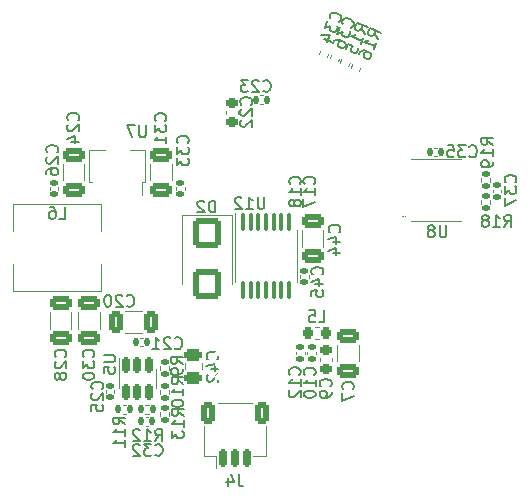
<source format=gbo>
G04 #@! TF.GenerationSoftware,KiCad,Pcbnew,(7.0.0)*
G04 #@! TF.CreationDate,2023-03-23T23:46:18+08:00*
G04 #@! TF.ProjectId,ServoLess,53657276-6f4c-4657-9373-2e6b69636164,rev?*
G04 #@! TF.SameCoordinates,Original*
G04 #@! TF.FileFunction,Legend,Bot*
G04 #@! TF.FilePolarity,Positive*
%FSLAX46Y46*%
G04 Gerber Fmt 4.6, Leading zero omitted, Abs format (unit mm)*
G04 Created by KiCad (PCBNEW (7.0.0)) date 2023-03-23 23:46:18*
%MOMM*%
%LPD*%
G01*
G04 APERTURE LIST*
G04 Aperture macros list*
%AMRoundRect*
0 Rectangle with rounded corners*
0 $1 Rounding radius*
0 $2 $3 $4 $5 $6 $7 $8 $9 X,Y pos of 4 corners*
0 Add a 4 corners polygon primitive as box body*
4,1,4,$2,$3,$4,$5,$6,$7,$8,$9,$2,$3,0*
0 Add four circle primitives for the rounded corners*
1,1,$1+$1,$2,$3*
1,1,$1+$1,$4,$5*
1,1,$1+$1,$6,$7*
1,1,$1+$1,$8,$9*
0 Add four rect primitives between the rounded corners*
20,1,$1+$1,$2,$3,$4,$5,0*
20,1,$1+$1,$4,$5,$6,$7,0*
20,1,$1+$1,$6,$7,$8,$9,0*
20,1,$1+$1,$8,$9,$2,$3,0*%
%AMHorizOval*
0 Thick line with rounded ends*
0 $1 width*
0 $2 $3 position (X,Y) of the first rounded end (center of the circle)*
0 $4 $5 position (X,Y) of the second rounded end (center of the circle)*
0 Add line between two ends*
20,1,$1,$2,$3,$4,$5,0*
0 Add two circle primitives to create the rounded ends*
1,1,$1,$2,$3*
1,1,$1,$4,$5*%
%AMFreePoly0*
4,1,9,3.862500,-0.866500,0.737500,-0.866500,0.737500,-0.450000,-0.737500,-0.450000,-0.737500,0.450000,0.737500,0.450000,0.737500,0.866500,3.862500,0.866500,3.862500,-0.866500,3.862500,-0.866500,$1*%
G04 Aperture macros list end*
%ADD10C,0.150000*%
%ADD11C,0.120000*%
%ADD12C,0.650000*%
%ADD13HorizOval,1.000000X0.210476X0.508134X-0.210476X-0.508134X0*%
%ADD14HorizOval,1.000000X0.114805X0.277164X-0.114805X-0.277164X0*%
%ADD15C,1.400000*%
%ADD16R,3.500000X3.500000*%
%ADD17C,3.500000*%
%ADD18C,0.500000*%
%ADD19RoundRect,0.100000X-0.100000X0.637500X-0.100000X-0.637500X0.100000X-0.637500X0.100000X0.637500X0*%
%ADD20RoundRect,0.218750X0.218750X0.256250X-0.218750X0.256250X-0.218750X-0.256250X0.218750X-0.256250X0*%
%ADD21RoundRect,0.140000X-0.170000X0.140000X-0.170000X-0.140000X0.170000X-0.140000X0.170000X0.140000X0*%
%ADD22RoundRect,0.250000X-0.650000X0.325000X-0.650000X-0.325000X0.650000X-0.325000X0.650000X0.325000X0*%
%ADD23RoundRect,0.135000X0.185000X-0.135000X0.185000X0.135000X-0.185000X0.135000X-0.185000X-0.135000X0*%
%ADD24RoundRect,0.140000X0.170000X-0.140000X0.170000X0.140000X-0.170000X0.140000X-0.170000X-0.140000X0*%
%ADD25RoundRect,0.225000X-0.250000X0.225000X-0.250000X-0.225000X0.250000X-0.225000X0.250000X0.225000X0*%
%ADD26RoundRect,0.225000X0.250000X-0.225000X0.250000X0.225000X-0.250000X0.225000X-0.250000X-0.225000X0*%
%ADD27RoundRect,0.250000X0.325000X0.650000X-0.325000X0.650000X-0.325000X-0.650000X0.325000X-0.650000X0*%
%ADD28RoundRect,0.150000X-0.150000X-0.625000X0.150000X-0.625000X0.150000X0.625000X-0.150000X0.625000X0*%
%ADD29RoundRect,0.250000X-0.350000X-0.650000X0.350000X-0.650000X0.350000X0.650000X-0.350000X0.650000X0*%
%ADD30RoundRect,0.140000X0.140000X0.170000X-0.140000X0.170000X-0.140000X-0.170000X0.140000X-0.170000X0*%
%ADD31RoundRect,0.250000X-0.900000X1.000000X-0.900000X-1.000000X0.900000X-1.000000X0.900000X1.000000X0*%
%ADD32RoundRect,0.250000X0.475000X-0.250000X0.475000X0.250000X-0.475000X0.250000X-0.475000X-0.250000X0*%
%ADD33RoundRect,0.135000X0.119255X-0.195520X0.222580X0.053927X-0.119255X0.195520X-0.222580X-0.053927X0*%
%ADD34RoundRect,0.140000X-0.140000X-0.170000X0.140000X-0.170000X0.140000X0.170000X-0.140000X0.170000X0*%
%ADD35RoundRect,0.135000X-0.135000X-0.185000X0.135000X-0.185000X0.135000X0.185000X-0.135000X0.185000X0*%
%ADD36R,1.690599X0.532600*%
%ADD37R,1.500000X2.200000*%
%ADD38RoundRect,0.135000X-0.185000X0.135000X-0.185000X-0.135000X0.185000X-0.135000X0.185000X0.135000X0*%
%ADD39RoundRect,0.140000X0.103484X-0.194399X0.210635X0.064287X-0.103484X0.194399X-0.210635X-0.064287X0*%
%ADD40R,0.900000X1.300000*%
%ADD41FreePoly0,90.000000*%
%ADD42RoundRect,0.250000X0.650000X-0.325000X0.650000X0.325000X-0.650000X0.325000X-0.650000X-0.325000X0*%
%ADD43RoundRect,0.150000X-0.150000X0.512500X-0.150000X-0.512500X0.150000X-0.512500X0.150000X0.512500X0*%
G04 APERTURE END LIST*
D10*
X143047142Y-84207142D02*
X143094761Y-84159523D01*
X143094761Y-84159523D02*
X143142380Y-84016666D01*
X143142380Y-84016666D02*
X143142380Y-83921428D01*
X143142380Y-83921428D02*
X143094761Y-83778571D01*
X143094761Y-83778571D02*
X142999523Y-83683333D01*
X142999523Y-83683333D02*
X142904285Y-83635714D01*
X142904285Y-83635714D02*
X142713809Y-83588095D01*
X142713809Y-83588095D02*
X142570952Y-83588095D01*
X142570952Y-83588095D02*
X142380476Y-83635714D01*
X142380476Y-83635714D02*
X142285238Y-83683333D01*
X142285238Y-83683333D02*
X142190000Y-83778571D01*
X142190000Y-83778571D02*
X142142380Y-83921428D01*
X142142380Y-83921428D02*
X142142380Y-84016666D01*
X142142380Y-84016666D02*
X142190000Y-84159523D01*
X142190000Y-84159523D02*
X142237619Y-84207142D01*
X143142380Y-85159523D02*
X143142380Y-84588095D01*
X143142380Y-84873809D02*
X142142380Y-84873809D01*
X142142380Y-84873809D02*
X142285238Y-84778571D01*
X142285238Y-84778571D02*
X142380476Y-84683333D01*
X142380476Y-84683333D02*
X142428095Y-84588095D01*
X142570952Y-85730952D02*
X142523333Y-85635714D01*
X142523333Y-85635714D02*
X142475714Y-85588095D01*
X142475714Y-85588095D02*
X142380476Y-85540476D01*
X142380476Y-85540476D02*
X142332857Y-85540476D01*
X142332857Y-85540476D02*
X142237619Y-85588095D01*
X142237619Y-85588095D02*
X142190000Y-85635714D01*
X142190000Y-85635714D02*
X142142380Y-85730952D01*
X142142380Y-85730952D02*
X142142380Y-85921428D01*
X142142380Y-85921428D02*
X142190000Y-86016666D01*
X142190000Y-86016666D02*
X142237619Y-86064285D01*
X142237619Y-86064285D02*
X142332857Y-86111904D01*
X142332857Y-86111904D02*
X142380476Y-86111904D01*
X142380476Y-86111904D02*
X142475714Y-86064285D01*
X142475714Y-86064285D02*
X142523333Y-86016666D01*
X142523333Y-86016666D02*
X142570952Y-85921428D01*
X142570952Y-85921428D02*
X142570952Y-85730952D01*
X142570952Y-85730952D02*
X142618571Y-85635714D01*
X142618571Y-85635714D02*
X142666190Y-85588095D01*
X142666190Y-85588095D02*
X142761428Y-85540476D01*
X142761428Y-85540476D02*
X142951904Y-85540476D01*
X142951904Y-85540476D02*
X143047142Y-85588095D01*
X143047142Y-85588095D02*
X143094761Y-85635714D01*
X143094761Y-85635714D02*
X143142380Y-85730952D01*
X143142380Y-85730952D02*
X143142380Y-85921428D01*
X143142380Y-85921428D02*
X143094761Y-86016666D01*
X143094761Y-86016666D02*
X143047142Y-86064285D01*
X143047142Y-86064285D02*
X142951904Y-86111904D01*
X142951904Y-86111904D02*
X142761428Y-86111904D01*
X142761428Y-86111904D02*
X142666190Y-86064285D01*
X142666190Y-86064285D02*
X142618571Y-86016666D01*
X142618571Y-86016666D02*
X142570952Y-85921428D01*
X144272142Y-84207142D02*
X144319761Y-84159523D01*
X144319761Y-84159523D02*
X144367380Y-84016666D01*
X144367380Y-84016666D02*
X144367380Y-83921428D01*
X144367380Y-83921428D02*
X144319761Y-83778571D01*
X144319761Y-83778571D02*
X144224523Y-83683333D01*
X144224523Y-83683333D02*
X144129285Y-83635714D01*
X144129285Y-83635714D02*
X143938809Y-83588095D01*
X143938809Y-83588095D02*
X143795952Y-83588095D01*
X143795952Y-83588095D02*
X143605476Y-83635714D01*
X143605476Y-83635714D02*
X143510238Y-83683333D01*
X143510238Y-83683333D02*
X143415000Y-83778571D01*
X143415000Y-83778571D02*
X143367380Y-83921428D01*
X143367380Y-83921428D02*
X143367380Y-84016666D01*
X143367380Y-84016666D02*
X143415000Y-84159523D01*
X143415000Y-84159523D02*
X143462619Y-84207142D01*
X144367380Y-85159523D02*
X144367380Y-84588095D01*
X144367380Y-84873809D02*
X143367380Y-84873809D01*
X143367380Y-84873809D02*
X143510238Y-84778571D01*
X143510238Y-84778571D02*
X143605476Y-84683333D01*
X143605476Y-84683333D02*
X143653095Y-84588095D01*
X143367380Y-85492857D02*
X143367380Y-86159523D01*
X143367380Y-86159523D02*
X144367380Y-85730952D01*
X140063094Y-85317380D02*
X140063094Y-86126904D01*
X140063094Y-86126904D02*
X140015475Y-86222142D01*
X140015475Y-86222142D02*
X139967856Y-86269761D01*
X139967856Y-86269761D02*
X139872618Y-86317380D01*
X139872618Y-86317380D02*
X139682142Y-86317380D01*
X139682142Y-86317380D02*
X139586904Y-86269761D01*
X139586904Y-86269761D02*
X139539285Y-86222142D01*
X139539285Y-86222142D02*
X139491666Y-86126904D01*
X139491666Y-86126904D02*
X139491666Y-85317380D01*
X138491666Y-86317380D02*
X139063094Y-86317380D01*
X138777380Y-86317380D02*
X138777380Y-85317380D01*
X138777380Y-85317380D02*
X138872618Y-85460238D01*
X138872618Y-85460238D02*
X138967856Y-85555476D01*
X138967856Y-85555476D02*
X139063094Y-85603095D01*
X138110713Y-85412619D02*
X138063094Y-85365000D01*
X138063094Y-85365000D02*
X137967856Y-85317380D01*
X137967856Y-85317380D02*
X137729761Y-85317380D01*
X137729761Y-85317380D02*
X137634523Y-85365000D01*
X137634523Y-85365000D02*
X137586904Y-85412619D01*
X137586904Y-85412619D02*
X137539285Y-85507857D01*
X137539285Y-85507857D02*
X137539285Y-85603095D01*
X137539285Y-85603095D02*
X137586904Y-85745952D01*
X137586904Y-85745952D02*
X138158332Y-86317380D01*
X138158332Y-86317380D02*
X137539285Y-86317380D01*
X144666666Y-95917380D02*
X145142856Y-95917380D01*
X145142856Y-95917380D02*
X145142856Y-94917380D01*
X143857142Y-94917380D02*
X144333332Y-94917380D01*
X144333332Y-94917380D02*
X144380951Y-95393571D01*
X144380951Y-95393571D02*
X144333332Y-95345952D01*
X144333332Y-95345952D02*
X144238094Y-95298333D01*
X144238094Y-95298333D02*
X143999999Y-95298333D01*
X143999999Y-95298333D02*
X143904761Y-95345952D01*
X143904761Y-95345952D02*
X143857142Y-95393571D01*
X143857142Y-95393571D02*
X143809523Y-95488809D01*
X143809523Y-95488809D02*
X143809523Y-95726904D01*
X143809523Y-95726904D02*
X143857142Y-95822142D01*
X143857142Y-95822142D02*
X143904761Y-95869761D01*
X143904761Y-95869761D02*
X143999999Y-95917380D01*
X143999999Y-95917380D02*
X144238094Y-95917380D01*
X144238094Y-95917380D02*
X144333332Y-95869761D01*
X144333332Y-95869761D02*
X144380951Y-95822142D01*
X144297142Y-100382142D02*
X144344761Y-100334523D01*
X144344761Y-100334523D02*
X144392380Y-100191666D01*
X144392380Y-100191666D02*
X144392380Y-100096428D01*
X144392380Y-100096428D02*
X144344761Y-99953571D01*
X144344761Y-99953571D02*
X144249523Y-99858333D01*
X144249523Y-99858333D02*
X144154285Y-99810714D01*
X144154285Y-99810714D02*
X143963809Y-99763095D01*
X143963809Y-99763095D02*
X143820952Y-99763095D01*
X143820952Y-99763095D02*
X143630476Y-99810714D01*
X143630476Y-99810714D02*
X143535238Y-99858333D01*
X143535238Y-99858333D02*
X143440000Y-99953571D01*
X143440000Y-99953571D02*
X143392380Y-100096428D01*
X143392380Y-100096428D02*
X143392380Y-100191666D01*
X143392380Y-100191666D02*
X143440000Y-100334523D01*
X143440000Y-100334523D02*
X143487619Y-100382142D01*
X144392380Y-101334523D02*
X144392380Y-100763095D01*
X144392380Y-101048809D02*
X143392380Y-101048809D01*
X143392380Y-101048809D02*
X143535238Y-100953571D01*
X143535238Y-100953571D02*
X143630476Y-100858333D01*
X143630476Y-100858333D02*
X143678095Y-100763095D01*
X143392380Y-101953571D02*
X143392380Y-102048809D01*
X143392380Y-102048809D02*
X143440000Y-102144047D01*
X143440000Y-102144047D02*
X143487619Y-102191666D01*
X143487619Y-102191666D02*
X143582857Y-102239285D01*
X143582857Y-102239285D02*
X143773333Y-102286904D01*
X143773333Y-102286904D02*
X144011428Y-102286904D01*
X144011428Y-102286904D02*
X144201904Y-102239285D01*
X144201904Y-102239285D02*
X144297142Y-102191666D01*
X144297142Y-102191666D02*
X144344761Y-102144047D01*
X144344761Y-102144047D02*
X144392380Y-102048809D01*
X144392380Y-102048809D02*
X144392380Y-101953571D01*
X144392380Y-101953571D02*
X144344761Y-101858333D01*
X144344761Y-101858333D02*
X144297142Y-101810714D01*
X144297142Y-101810714D02*
X144201904Y-101763095D01*
X144201904Y-101763095D02*
X144011428Y-101715476D01*
X144011428Y-101715476D02*
X143773333Y-101715476D01*
X143773333Y-101715476D02*
X143582857Y-101763095D01*
X143582857Y-101763095D02*
X143487619Y-101810714D01*
X143487619Y-101810714D02*
X143440000Y-101858333D01*
X143440000Y-101858333D02*
X143392380Y-101953571D01*
X125572142Y-98857142D02*
X125619761Y-98809523D01*
X125619761Y-98809523D02*
X125667380Y-98666666D01*
X125667380Y-98666666D02*
X125667380Y-98571428D01*
X125667380Y-98571428D02*
X125619761Y-98428571D01*
X125619761Y-98428571D02*
X125524523Y-98333333D01*
X125524523Y-98333333D02*
X125429285Y-98285714D01*
X125429285Y-98285714D02*
X125238809Y-98238095D01*
X125238809Y-98238095D02*
X125095952Y-98238095D01*
X125095952Y-98238095D02*
X124905476Y-98285714D01*
X124905476Y-98285714D02*
X124810238Y-98333333D01*
X124810238Y-98333333D02*
X124715000Y-98428571D01*
X124715000Y-98428571D02*
X124667380Y-98571428D01*
X124667380Y-98571428D02*
X124667380Y-98666666D01*
X124667380Y-98666666D02*
X124715000Y-98809523D01*
X124715000Y-98809523D02*
X124762619Y-98857142D01*
X124667380Y-99190476D02*
X124667380Y-99809523D01*
X124667380Y-99809523D02*
X125048333Y-99476190D01*
X125048333Y-99476190D02*
X125048333Y-99619047D01*
X125048333Y-99619047D02*
X125095952Y-99714285D01*
X125095952Y-99714285D02*
X125143571Y-99761904D01*
X125143571Y-99761904D02*
X125238809Y-99809523D01*
X125238809Y-99809523D02*
X125476904Y-99809523D01*
X125476904Y-99809523D02*
X125572142Y-99761904D01*
X125572142Y-99761904D02*
X125619761Y-99714285D01*
X125619761Y-99714285D02*
X125667380Y-99619047D01*
X125667380Y-99619047D02*
X125667380Y-99333333D01*
X125667380Y-99333333D02*
X125619761Y-99238095D01*
X125619761Y-99238095D02*
X125572142Y-99190476D01*
X124667380Y-100428571D02*
X124667380Y-100523809D01*
X124667380Y-100523809D02*
X124715000Y-100619047D01*
X124715000Y-100619047D02*
X124762619Y-100666666D01*
X124762619Y-100666666D02*
X124857857Y-100714285D01*
X124857857Y-100714285D02*
X125048333Y-100761904D01*
X125048333Y-100761904D02*
X125286428Y-100761904D01*
X125286428Y-100761904D02*
X125476904Y-100714285D01*
X125476904Y-100714285D02*
X125572142Y-100666666D01*
X125572142Y-100666666D02*
X125619761Y-100619047D01*
X125619761Y-100619047D02*
X125667380Y-100523809D01*
X125667380Y-100523809D02*
X125667380Y-100428571D01*
X125667380Y-100428571D02*
X125619761Y-100333333D01*
X125619761Y-100333333D02*
X125572142Y-100285714D01*
X125572142Y-100285714D02*
X125476904Y-100238095D01*
X125476904Y-100238095D02*
X125286428Y-100190476D01*
X125286428Y-100190476D02*
X125048333Y-100190476D01*
X125048333Y-100190476D02*
X124857857Y-100238095D01*
X124857857Y-100238095D02*
X124762619Y-100285714D01*
X124762619Y-100285714D02*
X124715000Y-100333333D01*
X124715000Y-100333333D02*
X124667380Y-100428571D01*
X144947142Y-91857142D02*
X144994761Y-91809523D01*
X144994761Y-91809523D02*
X145042380Y-91666666D01*
X145042380Y-91666666D02*
X145042380Y-91571428D01*
X145042380Y-91571428D02*
X144994761Y-91428571D01*
X144994761Y-91428571D02*
X144899523Y-91333333D01*
X144899523Y-91333333D02*
X144804285Y-91285714D01*
X144804285Y-91285714D02*
X144613809Y-91238095D01*
X144613809Y-91238095D02*
X144470952Y-91238095D01*
X144470952Y-91238095D02*
X144280476Y-91285714D01*
X144280476Y-91285714D02*
X144185238Y-91333333D01*
X144185238Y-91333333D02*
X144090000Y-91428571D01*
X144090000Y-91428571D02*
X144042380Y-91571428D01*
X144042380Y-91571428D02*
X144042380Y-91666666D01*
X144042380Y-91666666D02*
X144090000Y-91809523D01*
X144090000Y-91809523D02*
X144137619Y-91857142D01*
X144375714Y-92714285D02*
X145042380Y-92714285D01*
X143994761Y-92476190D02*
X144709047Y-92238095D01*
X144709047Y-92238095D02*
X144709047Y-92857142D01*
X144042380Y-93714285D02*
X144042380Y-93238095D01*
X144042380Y-93238095D02*
X144518571Y-93190476D01*
X144518571Y-93190476D02*
X144470952Y-93238095D01*
X144470952Y-93238095D02*
X144423333Y-93333333D01*
X144423333Y-93333333D02*
X144423333Y-93571428D01*
X144423333Y-93571428D02*
X144470952Y-93666666D01*
X144470952Y-93666666D02*
X144518571Y-93714285D01*
X144518571Y-93714285D02*
X144613809Y-93761904D01*
X144613809Y-93761904D02*
X144851904Y-93761904D01*
X144851904Y-93761904D02*
X144947142Y-93714285D01*
X144947142Y-93714285D02*
X144994761Y-93666666D01*
X144994761Y-93666666D02*
X145042380Y-93571428D01*
X145042380Y-93571428D02*
X145042380Y-93333333D01*
X145042380Y-93333333D02*
X144994761Y-93238095D01*
X144994761Y-93238095D02*
X144947142Y-93190476D01*
X143022142Y-100357142D02*
X143069761Y-100309523D01*
X143069761Y-100309523D02*
X143117380Y-100166666D01*
X143117380Y-100166666D02*
X143117380Y-100071428D01*
X143117380Y-100071428D02*
X143069761Y-99928571D01*
X143069761Y-99928571D02*
X142974523Y-99833333D01*
X142974523Y-99833333D02*
X142879285Y-99785714D01*
X142879285Y-99785714D02*
X142688809Y-99738095D01*
X142688809Y-99738095D02*
X142545952Y-99738095D01*
X142545952Y-99738095D02*
X142355476Y-99785714D01*
X142355476Y-99785714D02*
X142260238Y-99833333D01*
X142260238Y-99833333D02*
X142165000Y-99928571D01*
X142165000Y-99928571D02*
X142117380Y-100071428D01*
X142117380Y-100071428D02*
X142117380Y-100166666D01*
X142117380Y-100166666D02*
X142165000Y-100309523D01*
X142165000Y-100309523D02*
X142212619Y-100357142D01*
X143117380Y-101309523D02*
X143117380Y-100738095D01*
X143117380Y-101023809D02*
X142117380Y-101023809D01*
X142117380Y-101023809D02*
X142260238Y-100928571D01*
X142260238Y-100928571D02*
X142355476Y-100833333D01*
X142355476Y-100833333D02*
X142403095Y-100738095D01*
X142212619Y-101690476D02*
X142165000Y-101738095D01*
X142165000Y-101738095D02*
X142117380Y-101833333D01*
X142117380Y-101833333D02*
X142117380Y-102071428D01*
X142117380Y-102071428D02*
X142165000Y-102166666D01*
X142165000Y-102166666D02*
X142212619Y-102214285D01*
X142212619Y-102214285D02*
X142307857Y-102261904D01*
X142307857Y-102261904D02*
X142403095Y-102261904D01*
X142403095Y-102261904D02*
X142545952Y-102214285D01*
X142545952Y-102214285D02*
X143117380Y-101642857D01*
X143117380Y-101642857D02*
X143117380Y-102261904D01*
X160367857Y-87842380D02*
X160701190Y-87366190D01*
X160939285Y-87842380D02*
X160939285Y-86842380D01*
X160939285Y-86842380D02*
X160558333Y-86842380D01*
X160558333Y-86842380D02*
X160463095Y-86890000D01*
X160463095Y-86890000D02*
X160415476Y-86937619D01*
X160415476Y-86937619D02*
X160367857Y-87032857D01*
X160367857Y-87032857D02*
X160367857Y-87175714D01*
X160367857Y-87175714D02*
X160415476Y-87270952D01*
X160415476Y-87270952D02*
X160463095Y-87318571D01*
X160463095Y-87318571D02*
X160558333Y-87366190D01*
X160558333Y-87366190D02*
X160939285Y-87366190D01*
X159415476Y-87842380D02*
X159986904Y-87842380D01*
X159701190Y-87842380D02*
X159701190Y-86842380D01*
X159701190Y-86842380D02*
X159796428Y-86985238D01*
X159796428Y-86985238D02*
X159891666Y-87080476D01*
X159891666Y-87080476D02*
X159986904Y-87128095D01*
X158844047Y-87270952D02*
X158939285Y-87223333D01*
X158939285Y-87223333D02*
X158986904Y-87175714D01*
X158986904Y-87175714D02*
X159034523Y-87080476D01*
X159034523Y-87080476D02*
X159034523Y-87032857D01*
X159034523Y-87032857D02*
X158986904Y-86937619D01*
X158986904Y-86937619D02*
X158939285Y-86890000D01*
X158939285Y-86890000D02*
X158844047Y-86842380D01*
X158844047Y-86842380D02*
X158653571Y-86842380D01*
X158653571Y-86842380D02*
X158558333Y-86890000D01*
X158558333Y-86890000D02*
X158510714Y-86937619D01*
X158510714Y-86937619D02*
X158463095Y-87032857D01*
X158463095Y-87032857D02*
X158463095Y-87080476D01*
X158463095Y-87080476D02*
X158510714Y-87175714D01*
X158510714Y-87175714D02*
X158558333Y-87223333D01*
X158558333Y-87223333D02*
X158653571Y-87270952D01*
X158653571Y-87270952D02*
X158844047Y-87270952D01*
X158844047Y-87270952D02*
X158939285Y-87318571D01*
X158939285Y-87318571D02*
X158986904Y-87366190D01*
X158986904Y-87366190D02*
X159034523Y-87461428D01*
X159034523Y-87461428D02*
X159034523Y-87651904D01*
X159034523Y-87651904D02*
X158986904Y-87747142D01*
X158986904Y-87747142D02*
X158939285Y-87794761D01*
X158939285Y-87794761D02*
X158844047Y-87842380D01*
X158844047Y-87842380D02*
X158653571Y-87842380D01*
X158653571Y-87842380D02*
X158558333Y-87794761D01*
X158558333Y-87794761D02*
X158510714Y-87747142D01*
X158510714Y-87747142D02*
X158463095Y-87651904D01*
X158463095Y-87651904D02*
X158463095Y-87461428D01*
X158463095Y-87461428D02*
X158510714Y-87366190D01*
X158510714Y-87366190D02*
X158558333Y-87318571D01*
X158558333Y-87318571D02*
X158653571Y-87270952D01*
X122497142Y-81532142D02*
X122544761Y-81484523D01*
X122544761Y-81484523D02*
X122592380Y-81341666D01*
X122592380Y-81341666D02*
X122592380Y-81246428D01*
X122592380Y-81246428D02*
X122544761Y-81103571D01*
X122544761Y-81103571D02*
X122449523Y-81008333D01*
X122449523Y-81008333D02*
X122354285Y-80960714D01*
X122354285Y-80960714D02*
X122163809Y-80913095D01*
X122163809Y-80913095D02*
X122020952Y-80913095D01*
X122020952Y-80913095D02*
X121830476Y-80960714D01*
X121830476Y-80960714D02*
X121735238Y-81008333D01*
X121735238Y-81008333D02*
X121640000Y-81103571D01*
X121640000Y-81103571D02*
X121592380Y-81246428D01*
X121592380Y-81246428D02*
X121592380Y-81341666D01*
X121592380Y-81341666D02*
X121640000Y-81484523D01*
X121640000Y-81484523D02*
X121687619Y-81532142D01*
X121687619Y-81913095D02*
X121640000Y-81960714D01*
X121640000Y-81960714D02*
X121592380Y-82055952D01*
X121592380Y-82055952D02*
X121592380Y-82294047D01*
X121592380Y-82294047D02*
X121640000Y-82389285D01*
X121640000Y-82389285D02*
X121687619Y-82436904D01*
X121687619Y-82436904D02*
X121782857Y-82484523D01*
X121782857Y-82484523D02*
X121878095Y-82484523D01*
X121878095Y-82484523D02*
X122020952Y-82436904D01*
X122020952Y-82436904D02*
X122592380Y-81865476D01*
X122592380Y-81865476D02*
X122592380Y-82484523D01*
X121592380Y-83341666D02*
X121592380Y-83151190D01*
X121592380Y-83151190D02*
X121640000Y-83055952D01*
X121640000Y-83055952D02*
X121687619Y-83008333D01*
X121687619Y-83008333D02*
X121830476Y-82913095D01*
X121830476Y-82913095D02*
X122020952Y-82865476D01*
X122020952Y-82865476D02*
X122401904Y-82865476D01*
X122401904Y-82865476D02*
X122497142Y-82913095D01*
X122497142Y-82913095D02*
X122544761Y-82960714D01*
X122544761Y-82960714D02*
X122592380Y-83055952D01*
X122592380Y-83055952D02*
X122592380Y-83246428D01*
X122592380Y-83246428D02*
X122544761Y-83341666D01*
X122544761Y-83341666D02*
X122497142Y-83389285D01*
X122497142Y-83389285D02*
X122401904Y-83436904D01*
X122401904Y-83436904D02*
X122163809Y-83436904D01*
X122163809Y-83436904D02*
X122068571Y-83389285D01*
X122068571Y-83389285D02*
X122020952Y-83341666D01*
X122020952Y-83341666D02*
X121973333Y-83246428D01*
X121973333Y-83246428D02*
X121973333Y-83055952D01*
X121973333Y-83055952D02*
X122020952Y-82960714D01*
X122020952Y-82960714D02*
X122068571Y-82913095D01*
X122068571Y-82913095D02*
X122163809Y-82865476D01*
X145647142Y-101333333D02*
X145694761Y-101285714D01*
X145694761Y-101285714D02*
X145742380Y-101142857D01*
X145742380Y-101142857D02*
X145742380Y-101047619D01*
X145742380Y-101047619D02*
X145694761Y-100904762D01*
X145694761Y-100904762D02*
X145599523Y-100809524D01*
X145599523Y-100809524D02*
X145504285Y-100761905D01*
X145504285Y-100761905D02*
X145313809Y-100714286D01*
X145313809Y-100714286D02*
X145170952Y-100714286D01*
X145170952Y-100714286D02*
X144980476Y-100761905D01*
X144980476Y-100761905D02*
X144885238Y-100809524D01*
X144885238Y-100809524D02*
X144790000Y-100904762D01*
X144790000Y-100904762D02*
X144742380Y-101047619D01*
X144742380Y-101047619D02*
X144742380Y-101142857D01*
X144742380Y-101142857D02*
X144790000Y-101285714D01*
X144790000Y-101285714D02*
X144837619Y-101333333D01*
X145742380Y-101809524D02*
X145742380Y-102000000D01*
X145742380Y-102000000D02*
X145694761Y-102095238D01*
X145694761Y-102095238D02*
X145647142Y-102142857D01*
X145647142Y-102142857D02*
X145504285Y-102238095D01*
X145504285Y-102238095D02*
X145313809Y-102285714D01*
X145313809Y-102285714D02*
X144932857Y-102285714D01*
X144932857Y-102285714D02*
X144837619Y-102238095D01*
X144837619Y-102238095D02*
X144790000Y-102190476D01*
X144790000Y-102190476D02*
X144742380Y-102095238D01*
X144742380Y-102095238D02*
X144742380Y-101904762D01*
X144742380Y-101904762D02*
X144790000Y-101809524D01*
X144790000Y-101809524D02*
X144837619Y-101761905D01*
X144837619Y-101761905D02*
X144932857Y-101714286D01*
X144932857Y-101714286D02*
X145170952Y-101714286D01*
X145170952Y-101714286D02*
X145266190Y-101761905D01*
X145266190Y-101761905D02*
X145313809Y-101809524D01*
X145313809Y-101809524D02*
X145361428Y-101904762D01*
X145361428Y-101904762D02*
X145361428Y-102095238D01*
X145361428Y-102095238D02*
X145313809Y-102190476D01*
X145313809Y-102190476D02*
X145266190Y-102238095D01*
X145266190Y-102238095D02*
X145170952Y-102285714D01*
X138922142Y-77482142D02*
X138969761Y-77434523D01*
X138969761Y-77434523D02*
X139017380Y-77291666D01*
X139017380Y-77291666D02*
X139017380Y-77196428D01*
X139017380Y-77196428D02*
X138969761Y-77053571D01*
X138969761Y-77053571D02*
X138874523Y-76958333D01*
X138874523Y-76958333D02*
X138779285Y-76910714D01*
X138779285Y-76910714D02*
X138588809Y-76863095D01*
X138588809Y-76863095D02*
X138445952Y-76863095D01*
X138445952Y-76863095D02*
X138255476Y-76910714D01*
X138255476Y-76910714D02*
X138160238Y-76958333D01*
X138160238Y-76958333D02*
X138065000Y-77053571D01*
X138065000Y-77053571D02*
X138017380Y-77196428D01*
X138017380Y-77196428D02*
X138017380Y-77291666D01*
X138017380Y-77291666D02*
X138065000Y-77434523D01*
X138065000Y-77434523D02*
X138112619Y-77482142D01*
X138112619Y-77863095D02*
X138065000Y-77910714D01*
X138065000Y-77910714D02*
X138017380Y-78005952D01*
X138017380Y-78005952D02*
X138017380Y-78244047D01*
X138017380Y-78244047D02*
X138065000Y-78339285D01*
X138065000Y-78339285D02*
X138112619Y-78386904D01*
X138112619Y-78386904D02*
X138207857Y-78434523D01*
X138207857Y-78434523D02*
X138303095Y-78434523D01*
X138303095Y-78434523D02*
X138445952Y-78386904D01*
X138445952Y-78386904D02*
X139017380Y-77815476D01*
X139017380Y-77815476D02*
X139017380Y-78434523D01*
X138112619Y-78815476D02*
X138065000Y-78863095D01*
X138065000Y-78863095D02*
X138017380Y-78958333D01*
X138017380Y-78958333D02*
X138017380Y-79196428D01*
X138017380Y-79196428D02*
X138065000Y-79291666D01*
X138065000Y-79291666D02*
X138112619Y-79339285D01*
X138112619Y-79339285D02*
X138207857Y-79386904D01*
X138207857Y-79386904D02*
X138303095Y-79386904D01*
X138303095Y-79386904D02*
X138445952Y-79339285D01*
X138445952Y-79339285D02*
X139017380Y-78767857D01*
X139017380Y-78767857D02*
X139017380Y-79386904D01*
X128417857Y-94497142D02*
X128465476Y-94544761D01*
X128465476Y-94544761D02*
X128608333Y-94592380D01*
X128608333Y-94592380D02*
X128703571Y-94592380D01*
X128703571Y-94592380D02*
X128846428Y-94544761D01*
X128846428Y-94544761D02*
X128941666Y-94449523D01*
X128941666Y-94449523D02*
X128989285Y-94354285D01*
X128989285Y-94354285D02*
X129036904Y-94163809D01*
X129036904Y-94163809D02*
X129036904Y-94020952D01*
X129036904Y-94020952D02*
X128989285Y-93830476D01*
X128989285Y-93830476D02*
X128941666Y-93735238D01*
X128941666Y-93735238D02*
X128846428Y-93640000D01*
X128846428Y-93640000D02*
X128703571Y-93592380D01*
X128703571Y-93592380D02*
X128608333Y-93592380D01*
X128608333Y-93592380D02*
X128465476Y-93640000D01*
X128465476Y-93640000D02*
X128417857Y-93687619D01*
X128036904Y-93687619D02*
X127989285Y-93640000D01*
X127989285Y-93640000D02*
X127894047Y-93592380D01*
X127894047Y-93592380D02*
X127655952Y-93592380D01*
X127655952Y-93592380D02*
X127560714Y-93640000D01*
X127560714Y-93640000D02*
X127513095Y-93687619D01*
X127513095Y-93687619D02*
X127465476Y-93782857D01*
X127465476Y-93782857D02*
X127465476Y-93878095D01*
X127465476Y-93878095D02*
X127513095Y-94020952D01*
X127513095Y-94020952D02*
X128084523Y-94592380D01*
X128084523Y-94592380D02*
X127465476Y-94592380D01*
X126846428Y-93592380D02*
X126751190Y-93592380D01*
X126751190Y-93592380D02*
X126655952Y-93640000D01*
X126655952Y-93640000D02*
X126608333Y-93687619D01*
X126608333Y-93687619D02*
X126560714Y-93782857D01*
X126560714Y-93782857D02*
X126513095Y-93973333D01*
X126513095Y-93973333D02*
X126513095Y-94211428D01*
X126513095Y-94211428D02*
X126560714Y-94401904D01*
X126560714Y-94401904D02*
X126608333Y-94497142D01*
X126608333Y-94497142D02*
X126655952Y-94544761D01*
X126655952Y-94544761D02*
X126751190Y-94592380D01*
X126751190Y-94592380D02*
X126846428Y-94592380D01*
X126846428Y-94592380D02*
X126941666Y-94544761D01*
X126941666Y-94544761D02*
X126989285Y-94497142D01*
X126989285Y-94497142D02*
X127036904Y-94401904D01*
X127036904Y-94401904D02*
X127084523Y-94211428D01*
X127084523Y-94211428D02*
X127084523Y-93973333D01*
X127084523Y-93973333D02*
X127036904Y-93782857D01*
X127036904Y-93782857D02*
X126989285Y-93687619D01*
X126989285Y-93687619D02*
X126941666Y-93640000D01*
X126941666Y-93640000D02*
X126846428Y-93592380D01*
X147547142Y-101583333D02*
X147594761Y-101535714D01*
X147594761Y-101535714D02*
X147642380Y-101392857D01*
X147642380Y-101392857D02*
X147642380Y-101297619D01*
X147642380Y-101297619D02*
X147594761Y-101154762D01*
X147594761Y-101154762D02*
X147499523Y-101059524D01*
X147499523Y-101059524D02*
X147404285Y-101011905D01*
X147404285Y-101011905D02*
X147213809Y-100964286D01*
X147213809Y-100964286D02*
X147070952Y-100964286D01*
X147070952Y-100964286D02*
X146880476Y-101011905D01*
X146880476Y-101011905D02*
X146785238Y-101059524D01*
X146785238Y-101059524D02*
X146690000Y-101154762D01*
X146690000Y-101154762D02*
X146642380Y-101297619D01*
X146642380Y-101297619D02*
X146642380Y-101392857D01*
X146642380Y-101392857D02*
X146690000Y-101535714D01*
X146690000Y-101535714D02*
X146737619Y-101583333D01*
X146642380Y-101916667D02*
X146642380Y-102583333D01*
X146642380Y-102583333D02*
X147642380Y-102154762D01*
X137883333Y-108797380D02*
X137883333Y-109511666D01*
X137883333Y-109511666D02*
X137930952Y-109654523D01*
X137930952Y-109654523D02*
X138026190Y-109749761D01*
X138026190Y-109749761D02*
X138169047Y-109797380D01*
X138169047Y-109797380D02*
X138264285Y-109797380D01*
X136978571Y-109130714D02*
X136978571Y-109797380D01*
X137216666Y-108749761D02*
X137454761Y-109464047D01*
X137454761Y-109464047D02*
X136835714Y-109464047D01*
X123197142Y-98857142D02*
X123244761Y-98809523D01*
X123244761Y-98809523D02*
X123292380Y-98666666D01*
X123292380Y-98666666D02*
X123292380Y-98571428D01*
X123292380Y-98571428D02*
X123244761Y-98428571D01*
X123244761Y-98428571D02*
X123149523Y-98333333D01*
X123149523Y-98333333D02*
X123054285Y-98285714D01*
X123054285Y-98285714D02*
X122863809Y-98238095D01*
X122863809Y-98238095D02*
X122720952Y-98238095D01*
X122720952Y-98238095D02*
X122530476Y-98285714D01*
X122530476Y-98285714D02*
X122435238Y-98333333D01*
X122435238Y-98333333D02*
X122340000Y-98428571D01*
X122340000Y-98428571D02*
X122292380Y-98571428D01*
X122292380Y-98571428D02*
X122292380Y-98666666D01*
X122292380Y-98666666D02*
X122340000Y-98809523D01*
X122340000Y-98809523D02*
X122387619Y-98857142D01*
X122387619Y-99238095D02*
X122340000Y-99285714D01*
X122340000Y-99285714D02*
X122292380Y-99380952D01*
X122292380Y-99380952D02*
X122292380Y-99619047D01*
X122292380Y-99619047D02*
X122340000Y-99714285D01*
X122340000Y-99714285D02*
X122387619Y-99761904D01*
X122387619Y-99761904D02*
X122482857Y-99809523D01*
X122482857Y-99809523D02*
X122578095Y-99809523D01*
X122578095Y-99809523D02*
X122720952Y-99761904D01*
X122720952Y-99761904D02*
X123292380Y-99190476D01*
X123292380Y-99190476D02*
X123292380Y-99809523D01*
X122720952Y-100380952D02*
X122673333Y-100285714D01*
X122673333Y-100285714D02*
X122625714Y-100238095D01*
X122625714Y-100238095D02*
X122530476Y-100190476D01*
X122530476Y-100190476D02*
X122482857Y-100190476D01*
X122482857Y-100190476D02*
X122387619Y-100238095D01*
X122387619Y-100238095D02*
X122340000Y-100285714D01*
X122340000Y-100285714D02*
X122292380Y-100380952D01*
X122292380Y-100380952D02*
X122292380Y-100571428D01*
X122292380Y-100571428D02*
X122340000Y-100666666D01*
X122340000Y-100666666D02*
X122387619Y-100714285D01*
X122387619Y-100714285D02*
X122482857Y-100761904D01*
X122482857Y-100761904D02*
X122530476Y-100761904D01*
X122530476Y-100761904D02*
X122625714Y-100714285D01*
X122625714Y-100714285D02*
X122673333Y-100666666D01*
X122673333Y-100666666D02*
X122720952Y-100571428D01*
X122720952Y-100571428D02*
X122720952Y-100380952D01*
X122720952Y-100380952D02*
X122768571Y-100285714D01*
X122768571Y-100285714D02*
X122816190Y-100238095D01*
X122816190Y-100238095D02*
X122911428Y-100190476D01*
X122911428Y-100190476D02*
X123101904Y-100190476D01*
X123101904Y-100190476D02*
X123197142Y-100238095D01*
X123197142Y-100238095D02*
X123244761Y-100285714D01*
X123244761Y-100285714D02*
X123292380Y-100380952D01*
X123292380Y-100380952D02*
X123292380Y-100571428D01*
X123292380Y-100571428D02*
X123244761Y-100666666D01*
X123244761Y-100666666D02*
X123197142Y-100714285D01*
X123197142Y-100714285D02*
X123101904Y-100761904D01*
X123101904Y-100761904D02*
X122911428Y-100761904D01*
X122911428Y-100761904D02*
X122816190Y-100714285D01*
X122816190Y-100714285D02*
X122768571Y-100666666D01*
X122768571Y-100666666D02*
X122720952Y-100571428D01*
X139967857Y-76322142D02*
X140015476Y-76369761D01*
X140015476Y-76369761D02*
X140158333Y-76417380D01*
X140158333Y-76417380D02*
X140253571Y-76417380D01*
X140253571Y-76417380D02*
X140396428Y-76369761D01*
X140396428Y-76369761D02*
X140491666Y-76274523D01*
X140491666Y-76274523D02*
X140539285Y-76179285D01*
X140539285Y-76179285D02*
X140586904Y-75988809D01*
X140586904Y-75988809D02*
X140586904Y-75845952D01*
X140586904Y-75845952D02*
X140539285Y-75655476D01*
X140539285Y-75655476D02*
X140491666Y-75560238D01*
X140491666Y-75560238D02*
X140396428Y-75465000D01*
X140396428Y-75465000D02*
X140253571Y-75417380D01*
X140253571Y-75417380D02*
X140158333Y-75417380D01*
X140158333Y-75417380D02*
X140015476Y-75465000D01*
X140015476Y-75465000D02*
X139967857Y-75512619D01*
X139586904Y-75512619D02*
X139539285Y-75465000D01*
X139539285Y-75465000D02*
X139444047Y-75417380D01*
X139444047Y-75417380D02*
X139205952Y-75417380D01*
X139205952Y-75417380D02*
X139110714Y-75465000D01*
X139110714Y-75465000D02*
X139063095Y-75512619D01*
X139063095Y-75512619D02*
X139015476Y-75607857D01*
X139015476Y-75607857D02*
X139015476Y-75703095D01*
X139015476Y-75703095D02*
X139063095Y-75845952D01*
X139063095Y-75845952D02*
X139634523Y-76417380D01*
X139634523Y-76417380D02*
X139015476Y-76417380D01*
X138682142Y-75417380D02*
X138063095Y-75417380D01*
X138063095Y-75417380D02*
X138396428Y-75798333D01*
X138396428Y-75798333D02*
X138253571Y-75798333D01*
X138253571Y-75798333D02*
X138158333Y-75845952D01*
X138158333Y-75845952D02*
X138110714Y-75893571D01*
X138110714Y-75893571D02*
X138063095Y-75988809D01*
X138063095Y-75988809D02*
X138063095Y-76226904D01*
X138063095Y-76226904D02*
X138110714Y-76322142D01*
X138110714Y-76322142D02*
X138158333Y-76369761D01*
X138158333Y-76369761D02*
X138253571Y-76417380D01*
X138253571Y-76417380D02*
X138539285Y-76417380D01*
X138539285Y-76417380D02*
X138634523Y-76369761D01*
X138634523Y-76369761D02*
X138682142Y-76322142D01*
X135913094Y-86617380D02*
X135913094Y-85617380D01*
X135913094Y-85617380D02*
X135674999Y-85617380D01*
X135674999Y-85617380D02*
X135532142Y-85665000D01*
X135532142Y-85665000D02*
X135436904Y-85760238D01*
X135436904Y-85760238D02*
X135389285Y-85855476D01*
X135389285Y-85855476D02*
X135341666Y-86045952D01*
X135341666Y-86045952D02*
X135341666Y-86188809D01*
X135341666Y-86188809D02*
X135389285Y-86379285D01*
X135389285Y-86379285D02*
X135436904Y-86474523D01*
X135436904Y-86474523D02*
X135532142Y-86569761D01*
X135532142Y-86569761D02*
X135674999Y-86617380D01*
X135674999Y-86617380D02*
X135913094Y-86617380D01*
X134960713Y-85712619D02*
X134913094Y-85665000D01*
X134913094Y-85665000D02*
X134817856Y-85617380D01*
X134817856Y-85617380D02*
X134579761Y-85617380D01*
X134579761Y-85617380D02*
X134484523Y-85665000D01*
X134484523Y-85665000D02*
X134436904Y-85712619D01*
X134436904Y-85712619D02*
X134389285Y-85807857D01*
X134389285Y-85807857D02*
X134389285Y-85903095D01*
X134389285Y-85903095D02*
X134436904Y-86045952D01*
X134436904Y-86045952D02*
X135008332Y-86617380D01*
X135008332Y-86617380D02*
X134389285Y-86617380D01*
X136072142Y-99032142D02*
X136119761Y-98984523D01*
X136119761Y-98984523D02*
X136167380Y-98841666D01*
X136167380Y-98841666D02*
X136167380Y-98746428D01*
X136167380Y-98746428D02*
X136119761Y-98603571D01*
X136119761Y-98603571D02*
X136024523Y-98508333D01*
X136024523Y-98508333D02*
X135929285Y-98460714D01*
X135929285Y-98460714D02*
X135738809Y-98413095D01*
X135738809Y-98413095D02*
X135595952Y-98413095D01*
X135595952Y-98413095D02*
X135405476Y-98460714D01*
X135405476Y-98460714D02*
X135310238Y-98508333D01*
X135310238Y-98508333D02*
X135215000Y-98603571D01*
X135215000Y-98603571D02*
X135167380Y-98746428D01*
X135167380Y-98746428D02*
X135167380Y-98841666D01*
X135167380Y-98841666D02*
X135215000Y-98984523D01*
X135215000Y-98984523D02*
X135262619Y-99032142D01*
X135500714Y-99889285D02*
X136167380Y-99889285D01*
X135119761Y-99651190D02*
X135834047Y-99413095D01*
X135834047Y-99413095D02*
X135834047Y-100032142D01*
X135262619Y-100365476D02*
X135215000Y-100413095D01*
X135215000Y-100413095D02*
X135167380Y-100508333D01*
X135167380Y-100508333D02*
X135167380Y-100746428D01*
X135167380Y-100746428D02*
X135215000Y-100841666D01*
X135215000Y-100841666D02*
X135262619Y-100889285D01*
X135262619Y-100889285D02*
X135357857Y-100936904D01*
X135357857Y-100936904D02*
X135453095Y-100936904D01*
X135453095Y-100936904D02*
X135595952Y-100889285D01*
X135595952Y-100889285D02*
X136167380Y-100317857D01*
X136167380Y-100317857D02*
X136167380Y-100936904D01*
X131672142Y-78857142D02*
X131719761Y-78809523D01*
X131719761Y-78809523D02*
X131767380Y-78666666D01*
X131767380Y-78666666D02*
X131767380Y-78571428D01*
X131767380Y-78571428D02*
X131719761Y-78428571D01*
X131719761Y-78428571D02*
X131624523Y-78333333D01*
X131624523Y-78333333D02*
X131529285Y-78285714D01*
X131529285Y-78285714D02*
X131338809Y-78238095D01*
X131338809Y-78238095D02*
X131195952Y-78238095D01*
X131195952Y-78238095D02*
X131005476Y-78285714D01*
X131005476Y-78285714D02*
X130910238Y-78333333D01*
X130910238Y-78333333D02*
X130815000Y-78428571D01*
X130815000Y-78428571D02*
X130767380Y-78571428D01*
X130767380Y-78571428D02*
X130767380Y-78666666D01*
X130767380Y-78666666D02*
X130815000Y-78809523D01*
X130815000Y-78809523D02*
X130862619Y-78857142D01*
X130767380Y-79190476D02*
X130767380Y-79809523D01*
X130767380Y-79809523D02*
X131148333Y-79476190D01*
X131148333Y-79476190D02*
X131148333Y-79619047D01*
X131148333Y-79619047D02*
X131195952Y-79714285D01*
X131195952Y-79714285D02*
X131243571Y-79761904D01*
X131243571Y-79761904D02*
X131338809Y-79809523D01*
X131338809Y-79809523D02*
X131576904Y-79809523D01*
X131576904Y-79809523D02*
X131672142Y-79761904D01*
X131672142Y-79761904D02*
X131719761Y-79714285D01*
X131719761Y-79714285D02*
X131767380Y-79619047D01*
X131767380Y-79619047D02*
X131767380Y-79333333D01*
X131767380Y-79333333D02*
X131719761Y-79238095D01*
X131719761Y-79238095D02*
X131672142Y-79190476D01*
X131767380Y-80761904D02*
X131767380Y-80190476D01*
X131767380Y-80476190D02*
X130767380Y-80476190D01*
X130767380Y-80476190D02*
X130910238Y-80380952D01*
X130910238Y-80380952D02*
X131005476Y-80285714D01*
X131005476Y-80285714D02*
X131053095Y-80190476D01*
X149685427Y-71921668D02*
X149373046Y-71431477D01*
X149904103Y-71393736D02*
X148980224Y-71011053D01*
X148980224Y-71011053D02*
X148834440Y-71363007D01*
X148834440Y-71363007D02*
X148841988Y-71469219D01*
X148841988Y-71469219D02*
X148867759Y-71531436D01*
X148867759Y-71531436D02*
X148937525Y-71611876D01*
X148937525Y-71611876D02*
X149069507Y-71666545D01*
X149069507Y-71666545D02*
X149175719Y-71658997D01*
X149175719Y-71658997D02*
X149237936Y-71633226D01*
X149237936Y-71633226D02*
X149318376Y-71563460D01*
X149318376Y-71563460D02*
X149464161Y-71211506D01*
X149320967Y-72801553D02*
X149539643Y-72273622D01*
X149430305Y-72537587D02*
X148506425Y-72154904D01*
X148506425Y-72154904D02*
X148674854Y-72121584D01*
X148674854Y-72121584D02*
X148799289Y-72070042D01*
X148799289Y-72070042D02*
X148879729Y-72000276D01*
X148069073Y-73210766D02*
X148141965Y-73034789D01*
X148141965Y-73034789D02*
X148222405Y-72965024D01*
X148222405Y-72965024D02*
X148284622Y-72939252D01*
X148284622Y-72939252D02*
X148453051Y-72905933D01*
X148453051Y-72905933D02*
X148647251Y-72934831D01*
X148647251Y-72934831D02*
X148999205Y-73080615D01*
X148999205Y-73080615D02*
X149068971Y-73161055D01*
X149068971Y-73161055D02*
X149094742Y-73223272D01*
X149094742Y-73223272D02*
X149102290Y-73329484D01*
X149102290Y-73329484D02*
X149029398Y-73505461D01*
X149029398Y-73505461D02*
X148948958Y-73575227D01*
X148948958Y-73575227D02*
X148886741Y-73600998D01*
X148886741Y-73600998D02*
X148780529Y-73608546D01*
X148780529Y-73608546D02*
X148560558Y-73517431D01*
X148560558Y-73517431D02*
X148490792Y-73436991D01*
X148490792Y-73436991D02*
X148465021Y-73374773D01*
X148465021Y-73374773D02*
X148457473Y-73268562D01*
X148457473Y-73268562D02*
X148530365Y-73092585D01*
X148530365Y-73092585D02*
X148610805Y-73022819D01*
X148610805Y-73022819D02*
X148673023Y-72997048D01*
X148673023Y-72997048D02*
X148779234Y-72989500D01*
X130817857Y-107122142D02*
X130865476Y-107169761D01*
X130865476Y-107169761D02*
X131008333Y-107217380D01*
X131008333Y-107217380D02*
X131103571Y-107217380D01*
X131103571Y-107217380D02*
X131246428Y-107169761D01*
X131246428Y-107169761D02*
X131341666Y-107074523D01*
X131341666Y-107074523D02*
X131389285Y-106979285D01*
X131389285Y-106979285D02*
X131436904Y-106788809D01*
X131436904Y-106788809D02*
X131436904Y-106645952D01*
X131436904Y-106645952D02*
X131389285Y-106455476D01*
X131389285Y-106455476D02*
X131341666Y-106360238D01*
X131341666Y-106360238D02*
X131246428Y-106265000D01*
X131246428Y-106265000D02*
X131103571Y-106217380D01*
X131103571Y-106217380D02*
X131008333Y-106217380D01*
X131008333Y-106217380D02*
X130865476Y-106265000D01*
X130865476Y-106265000D02*
X130817857Y-106312619D01*
X130484523Y-106217380D02*
X129865476Y-106217380D01*
X129865476Y-106217380D02*
X130198809Y-106598333D01*
X130198809Y-106598333D02*
X130055952Y-106598333D01*
X130055952Y-106598333D02*
X129960714Y-106645952D01*
X129960714Y-106645952D02*
X129913095Y-106693571D01*
X129913095Y-106693571D02*
X129865476Y-106788809D01*
X129865476Y-106788809D02*
X129865476Y-107026904D01*
X129865476Y-107026904D02*
X129913095Y-107122142D01*
X129913095Y-107122142D02*
X129960714Y-107169761D01*
X129960714Y-107169761D02*
X130055952Y-107217380D01*
X130055952Y-107217380D02*
X130341666Y-107217380D01*
X130341666Y-107217380D02*
X130436904Y-107169761D01*
X130436904Y-107169761D02*
X130484523Y-107122142D01*
X129484523Y-106312619D02*
X129436904Y-106265000D01*
X129436904Y-106265000D02*
X129341666Y-106217380D01*
X129341666Y-106217380D02*
X129103571Y-106217380D01*
X129103571Y-106217380D02*
X129008333Y-106265000D01*
X129008333Y-106265000D02*
X128960714Y-106312619D01*
X128960714Y-106312619D02*
X128913095Y-106407857D01*
X128913095Y-106407857D02*
X128913095Y-106503095D01*
X128913095Y-106503095D02*
X128960714Y-106645952D01*
X128960714Y-106645952D02*
X129532142Y-107217380D01*
X129532142Y-107217380D02*
X128913095Y-107217380D01*
X128242380Y-104557142D02*
X127766190Y-104223809D01*
X128242380Y-103985714D02*
X127242380Y-103985714D01*
X127242380Y-103985714D02*
X127242380Y-104366666D01*
X127242380Y-104366666D02*
X127290000Y-104461904D01*
X127290000Y-104461904D02*
X127337619Y-104509523D01*
X127337619Y-104509523D02*
X127432857Y-104557142D01*
X127432857Y-104557142D02*
X127575714Y-104557142D01*
X127575714Y-104557142D02*
X127670952Y-104509523D01*
X127670952Y-104509523D02*
X127718571Y-104461904D01*
X127718571Y-104461904D02*
X127766190Y-104366666D01*
X127766190Y-104366666D02*
X127766190Y-103985714D01*
X128242380Y-105509523D02*
X128242380Y-104938095D01*
X128242380Y-105223809D02*
X127242380Y-105223809D01*
X127242380Y-105223809D02*
X127385238Y-105128571D01*
X127385238Y-105128571D02*
X127480476Y-105033333D01*
X127480476Y-105033333D02*
X127528095Y-104938095D01*
X128242380Y-106461904D02*
X128242380Y-105890476D01*
X128242380Y-106176190D02*
X127242380Y-106176190D01*
X127242380Y-106176190D02*
X127385238Y-106080952D01*
X127385238Y-106080952D02*
X127480476Y-105985714D01*
X127480476Y-105985714D02*
X127528095Y-105890476D01*
X155461904Y-87717380D02*
X155461904Y-88526904D01*
X155461904Y-88526904D02*
X155414285Y-88622142D01*
X155414285Y-88622142D02*
X155366666Y-88669761D01*
X155366666Y-88669761D02*
X155271428Y-88717380D01*
X155271428Y-88717380D02*
X155080952Y-88717380D01*
X155080952Y-88717380D02*
X154985714Y-88669761D01*
X154985714Y-88669761D02*
X154938095Y-88622142D01*
X154938095Y-88622142D02*
X154890476Y-88526904D01*
X154890476Y-88526904D02*
X154890476Y-87717380D01*
X154271428Y-88145952D02*
X154366666Y-88098333D01*
X154366666Y-88098333D02*
X154414285Y-88050714D01*
X154414285Y-88050714D02*
X154461904Y-87955476D01*
X154461904Y-87955476D02*
X154461904Y-87907857D01*
X154461904Y-87907857D02*
X154414285Y-87812619D01*
X154414285Y-87812619D02*
X154366666Y-87765000D01*
X154366666Y-87765000D02*
X154271428Y-87717380D01*
X154271428Y-87717380D02*
X154080952Y-87717380D01*
X154080952Y-87717380D02*
X153985714Y-87765000D01*
X153985714Y-87765000D02*
X153938095Y-87812619D01*
X153938095Y-87812619D02*
X153890476Y-87907857D01*
X153890476Y-87907857D02*
X153890476Y-87955476D01*
X153890476Y-87955476D02*
X153938095Y-88050714D01*
X153938095Y-88050714D02*
X153985714Y-88098333D01*
X153985714Y-88098333D02*
X154080952Y-88145952D01*
X154080952Y-88145952D02*
X154271428Y-88145952D01*
X154271428Y-88145952D02*
X154366666Y-88193571D01*
X154366666Y-88193571D02*
X154414285Y-88241190D01*
X154414285Y-88241190D02*
X154461904Y-88336428D01*
X154461904Y-88336428D02*
X154461904Y-88526904D01*
X154461904Y-88526904D02*
X154414285Y-88622142D01*
X154414285Y-88622142D02*
X154366666Y-88669761D01*
X154366666Y-88669761D02*
X154271428Y-88717380D01*
X154271428Y-88717380D02*
X154080952Y-88717380D01*
X154080952Y-88717380D02*
X153985714Y-88669761D01*
X153985714Y-88669761D02*
X153938095Y-88622142D01*
X153938095Y-88622142D02*
X153890476Y-88526904D01*
X153890476Y-88526904D02*
X153890476Y-88336428D01*
X153890476Y-88336428D02*
X153938095Y-88241190D01*
X153938095Y-88241190D02*
X153985714Y-88193571D01*
X153985714Y-88193571D02*
X154080952Y-88145952D01*
X151899999Y-86517380D02*
X151899999Y-86755476D01*
X152138094Y-86660238D02*
X151899999Y-86755476D01*
X151899999Y-86755476D02*
X151661904Y-86660238D01*
X152042856Y-86945952D02*
X151899999Y-86755476D01*
X151899999Y-86755476D02*
X151757142Y-86945952D01*
X146397142Y-88282142D02*
X146444761Y-88234523D01*
X146444761Y-88234523D02*
X146492380Y-88091666D01*
X146492380Y-88091666D02*
X146492380Y-87996428D01*
X146492380Y-87996428D02*
X146444761Y-87853571D01*
X146444761Y-87853571D02*
X146349523Y-87758333D01*
X146349523Y-87758333D02*
X146254285Y-87710714D01*
X146254285Y-87710714D02*
X146063809Y-87663095D01*
X146063809Y-87663095D02*
X145920952Y-87663095D01*
X145920952Y-87663095D02*
X145730476Y-87710714D01*
X145730476Y-87710714D02*
X145635238Y-87758333D01*
X145635238Y-87758333D02*
X145540000Y-87853571D01*
X145540000Y-87853571D02*
X145492380Y-87996428D01*
X145492380Y-87996428D02*
X145492380Y-88091666D01*
X145492380Y-88091666D02*
X145540000Y-88234523D01*
X145540000Y-88234523D02*
X145587619Y-88282142D01*
X145825714Y-89139285D02*
X146492380Y-89139285D01*
X145444761Y-88901190D02*
X146159047Y-88663095D01*
X146159047Y-88663095D02*
X146159047Y-89282142D01*
X145825714Y-90091666D02*
X146492380Y-90091666D01*
X145444761Y-89853571D02*
X146159047Y-89615476D01*
X146159047Y-89615476D02*
X146159047Y-90234523D01*
X161297142Y-84082142D02*
X161344761Y-84034523D01*
X161344761Y-84034523D02*
X161392380Y-83891666D01*
X161392380Y-83891666D02*
X161392380Y-83796428D01*
X161392380Y-83796428D02*
X161344761Y-83653571D01*
X161344761Y-83653571D02*
X161249523Y-83558333D01*
X161249523Y-83558333D02*
X161154285Y-83510714D01*
X161154285Y-83510714D02*
X160963809Y-83463095D01*
X160963809Y-83463095D02*
X160820952Y-83463095D01*
X160820952Y-83463095D02*
X160630476Y-83510714D01*
X160630476Y-83510714D02*
X160535238Y-83558333D01*
X160535238Y-83558333D02*
X160440000Y-83653571D01*
X160440000Y-83653571D02*
X160392380Y-83796428D01*
X160392380Y-83796428D02*
X160392380Y-83891666D01*
X160392380Y-83891666D02*
X160440000Y-84034523D01*
X160440000Y-84034523D02*
X160487619Y-84082142D01*
X160392380Y-84415476D02*
X160392380Y-85034523D01*
X160392380Y-85034523D02*
X160773333Y-84701190D01*
X160773333Y-84701190D02*
X160773333Y-84844047D01*
X160773333Y-84844047D02*
X160820952Y-84939285D01*
X160820952Y-84939285D02*
X160868571Y-84986904D01*
X160868571Y-84986904D02*
X160963809Y-85034523D01*
X160963809Y-85034523D02*
X161201904Y-85034523D01*
X161201904Y-85034523D02*
X161297142Y-84986904D01*
X161297142Y-84986904D02*
X161344761Y-84939285D01*
X161344761Y-84939285D02*
X161392380Y-84844047D01*
X161392380Y-84844047D02*
X161392380Y-84558333D01*
X161392380Y-84558333D02*
X161344761Y-84463095D01*
X161344761Y-84463095D02*
X161297142Y-84415476D01*
X160392380Y-85367857D02*
X160392380Y-86034523D01*
X160392380Y-86034523D02*
X161392380Y-85605952D01*
X157417857Y-81847142D02*
X157465476Y-81894761D01*
X157465476Y-81894761D02*
X157608333Y-81942380D01*
X157608333Y-81942380D02*
X157703571Y-81942380D01*
X157703571Y-81942380D02*
X157846428Y-81894761D01*
X157846428Y-81894761D02*
X157941666Y-81799523D01*
X157941666Y-81799523D02*
X157989285Y-81704285D01*
X157989285Y-81704285D02*
X158036904Y-81513809D01*
X158036904Y-81513809D02*
X158036904Y-81370952D01*
X158036904Y-81370952D02*
X157989285Y-81180476D01*
X157989285Y-81180476D02*
X157941666Y-81085238D01*
X157941666Y-81085238D02*
X157846428Y-80990000D01*
X157846428Y-80990000D02*
X157703571Y-80942380D01*
X157703571Y-80942380D02*
X157608333Y-80942380D01*
X157608333Y-80942380D02*
X157465476Y-80990000D01*
X157465476Y-80990000D02*
X157417857Y-81037619D01*
X157084523Y-80942380D02*
X156465476Y-80942380D01*
X156465476Y-80942380D02*
X156798809Y-81323333D01*
X156798809Y-81323333D02*
X156655952Y-81323333D01*
X156655952Y-81323333D02*
X156560714Y-81370952D01*
X156560714Y-81370952D02*
X156513095Y-81418571D01*
X156513095Y-81418571D02*
X156465476Y-81513809D01*
X156465476Y-81513809D02*
X156465476Y-81751904D01*
X156465476Y-81751904D02*
X156513095Y-81847142D01*
X156513095Y-81847142D02*
X156560714Y-81894761D01*
X156560714Y-81894761D02*
X156655952Y-81942380D01*
X156655952Y-81942380D02*
X156941666Y-81942380D01*
X156941666Y-81942380D02*
X157036904Y-81894761D01*
X157036904Y-81894761D02*
X157084523Y-81847142D01*
X155560714Y-80942380D02*
X156036904Y-80942380D01*
X156036904Y-80942380D02*
X156084523Y-81418571D01*
X156084523Y-81418571D02*
X156036904Y-81370952D01*
X156036904Y-81370952D02*
X155941666Y-81323333D01*
X155941666Y-81323333D02*
X155703571Y-81323333D01*
X155703571Y-81323333D02*
X155608333Y-81370952D01*
X155608333Y-81370952D02*
X155560714Y-81418571D01*
X155560714Y-81418571D02*
X155513095Y-81513809D01*
X155513095Y-81513809D02*
X155513095Y-81751904D01*
X155513095Y-81751904D02*
X155560714Y-81847142D01*
X155560714Y-81847142D02*
X155608333Y-81894761D01*
X155608333Y-81894761D02*
X155703571Y-81942380D01*
X155703571Y-81942380D02*
X155941666Y-81942380D01*
X155941666Y-81942380D02*
X156036904Y-81894761D01*
X156036904Y-81894761D02*
X156084523Y-81847142D01*
X122666666Y-87142380D02*
X123142856Y-87142380D01*
X123142856Y-87142380D02*
X123142856Y-86142380D01*
X121904761Y-86142380D02*
X122095237Y-86142380D01*
X122095237Y-86142380D02*
X122190475Y-86190000D01*
X122190475Y-86190000D02*
X122238094Y-86237619D01*
X122238094Y-86237619D02*
X122333332Y-86380476D01*
X122333332Y-86380476D02*
X122380951Y-86570952D01*
X122380951Y-86570952D02*
X122380951Y-86951904D01*
X122380951Y-86951904D02*
X122333332Y-87047142D01*
X122333332Y-87047142D02*
X122285713Y-87094761D01*
X122285713Y-87094761D02*
X122190475Y-87142380D01*
X122190475Y-87142380D02*
X121999999Y-87142380D01*
X121999999Y-87142380D02*
X121904761Y-87094761D01*
X121904761Y-87094761D02*
X121857142Y-87047142D01*
X121857142Y-87047142D02*
X121809523Y-86951904D01*
X121809523Y-86951904D02*
X121809523Y-86713809D01*
X121809523Y-86713809D02*
X121857142Y-86618571D01*
X121857142Y-86618571D02*
X121904761Y-86570952D01*
X121904761Y-86570952D02*
X121999999Y-86523333D01*
X121999999Y-86523333D02*
X122190475Y-86523333D01*
X122190475Y-86523333D02*
X122285713Y-86570952D01*
X122285713Y-86570952D02*
X122333332Y-86618571D01*
X122333332Y-86618571D02*
X122380951Y-86713809D01*
X159417380Y-80882142D02*
X158941190Y-80548809D01*
X159417380Y-80310714D02*
X158417380Y-80310714D01*
X158417380Y-80310714D02*
X158417380Y-80691666D01*
X158417380Y-80691666D02*
X158465000Y-80786904D01*
X158465000Y-80786904D02*
X158512619Y-80834523D01*
X158512619Y-80834523D02*
X158607857Y-80882142D01*
X158607857Y-80882142D02*
X158750714Y-80882142D01*
X158750714Y-80882142D02*
X158845952Y-80834523D01*
X158845952Y-80834523D02*
X158893571Y-80786904D01*
X158893571Y-80786904D02*
X158941190Y-80691666D01*
X158941190Y-80691666D02*
X158941190Y-80310714D01*
X159417380Y-81834523D02*
X159417380Y-81263095D01*
X159417380Y-81548809D02*
X158417380Y-81548809D01*
X158417380Y-81548809D02*
X158560238Y-81453571D01*
X158560238Y-81453571D02*
X158655476Y-81358333D01*
X158655476Y-81358333D02*
X158703095Y-81263095D01*
X159417380Y-82310714D02*
X159417380Y-82501190D01*
X159417380Y-82501190D02*
X159369761Y-82596428D01*
X159369761Y-82596428D02*
X159322142Y-82644047D01*
X159322142Y-82644047D02*
X159179285Y-82739285D01*
X159179285Y-82739285D02*
X158988809Y-82786904D01*
X158988809Y-82786904D02*
X158607857Y-82786904D01*
X158607857Y-82786904D02*
X158512619Y-82739285D01*
X158512619Y-82739285D02*
X158465000Y-82691666D01*
X158465000Y-82691666D02*
X158417380Y-82596428D01*
X158417380Y-82596428D02*
X158417380Y-82405952D01*
X158417380Y-82405952D02*
X158465000Y-82310714D01*
X158465000Y-82310714D02*
X158512619Y-82263095D01*
X158512619Y-82263095D02*
X158607857Y-82215476D01*
X158607857Y-82215476D02*
X158845952Y-82215476D01*
X158845952Y-82215476D02*
X158941190Y-82263095D01*
X158941190Y-82263095D02*
X158988809Y-82310714D01*
X158988809Y-82310714D02*
X159036428Y-82405952D01*
X159036428Y-82405952D02*
X159036428Y-82596428D01*
X159036428Y-82596428D02*
X158988809Y-82691666D01*
X158988809Y-82691666D02*
X158941190Y-82739285D01*
X158941190Y-82739285D02*
X158845952Y-82786904D01*
X133547142Y-80732142D02*
X133594761Y-80684523D01*
X133594761Y-80684523D02*
X133642380Y-80541666D01*
X133642380Y-80541666D02*
X133642380Y-80446428D01*
X133642380Y-80446428D02*
X133594761Y-80303571D01*
X133594761Y-80303571D02*
X133499523Y-80208333D01*
X133499523Y-80208333D02*
X133404285Y-80160714D01*
X133404285Y-80160714D02*
X133213809Y-80113095D01*
X133213809Y-80113095D02*
X133070952Y-80113095D01*
X133070952Y-80113095D02*
X132880476Y-80160714D01*
X132880476Y-80160714D02*
X132785238Y-80208333D01*
X132785238Y-80208333D02*
X132690000Y-80303571D01*
X132690000Y-80303571D02*
X132642380Y-80446428D01*
X132642380Y-80446428D02*
X132642380Y-80541666D01*
X132642380Y-80541666D02*
X132690000Y-80684523D01*
X132690000Y-80684523D02*
X132737619Y-80732142D01*
X132642380Y-81065476D02*
X132642380Y-81684523D01*
X132642380Y-81684523D02*
X133023333Y-81351190D01*
X133023333Y-81351190D02*
X133023333Y-81494047D01*
X133023333Y-81494047D02*
X133070952Y-81589285D01*
X133070952Y-81589285D02*
X133118571Y-81636904D01*
X133118571Y-81636904D02*
X133213809Y-81684523D01*
X133213809Y-81684523D02*
X133451904Y-81684523D01*
X133451904Y-81684523D02*
X133547142Y-81636904D01*
X133547142Y-81636904D02*
X133594761Y-81589285D01*
X133594761Y-81589285D02*
X133642380Y-81494047D01*
X133642380Y-81494047D02*
X133642380Y-81208333D01*
X133642380Y-81208333D02*
X133594761Y-81113095D01*
X133594761Y-81113095D02*
X133547142Y-81065476D01*
X132642380Y-82017857D02*
X132642380Y-82636904D01*
X132642380Y-82636904D02*
X133023333Y-82303571D01*
X133023333Y-82303571D02*
X133023333Y-82446428D01*
X133023333Y-82446428D02*
X133070952Y-82541666D01*
X133070952Y-82541666D02*
X133118571Y-82589285D01*
X133118571Y-82589285D02*
X133213809Y-82636904D01*
X133213809Y-82636904D02*
X133451904Y-82636904D01*
X133451904Y-82636904D02*
X133547142Y-82589285D01*
X133547142Y-82589285D02*
X133594761Y-82541666D01*
X133594761Y-82541666D02*
X133642380Y-82446428D01*
X133642380Y-82446428D02*
X133642380Y-82160714D01*
X133642380Y-82160714D02*
X133594761Y-82065476D01*
X133594761Y-82065476D02*
X133547142Y-82017857D01*
X133192380Y-101157142D02*
X132716190Y-100823809D01*
X133192380Y-100585714D02*
X132192380Y-100585714D01*
X132192380Y-100585714D02*
X132192380Y-100966666D01*
X132192380Y-100966666D02*
X132240000Y-101061904D01*
X132240000Y-101061904D02*
X132287619Y-101109523D01*
X132287619Y-101109523D02*
X132382857Y-101157142D01*
X132382857Y-101157142D02*
X132525714Y-101157142D01*
X132525714Y-101157142D02*
X132620952Y-101109523D01*
X132620952Y-101109523D02*
X132668571Y-101061904D01*
X132668571Y-101061904D02*
X132716190Y-100966666D01*
X132716190Y-100966666D02*
X132716190Y-100585714D01*
X133192380Y-102109523D02*
X133192380Y-101538095D01*
X133192380Y-101823809D02*
X132192380Y-101823809D01*
X132192380Y-101823809D02*
X132335238Y-101728571D01*
X132335238Y-101728571D02*
X132430476Y-101633333D01*
X132430476Y-101633333D02*
X132478095Y-101538095D01*
X132192380Y-102728571D02*
X132192380Y-102823809D01*
X132192380Y-102823809D02*
X132240000Y-102919047D01*
X132240000Y-102919047D02*
X132287619Y-102966666D01*
X132287619Y-102966666D02*
X132382857Y-103014285D01*
X132382857Y-103014285D02*
X132573333Y-103061904D01*
X132573333Y-103061904D02*
X132811428Y-103061904D01*
X132811428Y-103061904D02*
X133001904Y-103014285D01*
X133001904Y-103014285D02*
X133097142Y-102966666D01*
X133097142Y-102966666D02*
X133144761Y-102919047D01*
X133144761Y-102919047D02*
X133192380Y-102823809D01*
X133192380Y-102823809D02*
X133192380Y-102728571D01*
X133192380Y-102728571D02*
X133144761Y-102633333D01*
X133144761Y-102633333D02*
X133097142Y-102585714D01*
X133097142Y-102585714D02*
X133001904Y-102538095D01*
X133001904Y-102538095D02*
X132811428Y-102490476D01*
X132811428Y-102490476D02*
X132573333Y-102490476D01*
X132573333Y-102490476D02*
X132382857Y-102538095D01*
X132382857Y-102538095D02*
X132287619Y-102585714D01*
X132287619Y-102585714D02*
X132240000Y-102633333D01*
X132240000Y-102633333D02*
X132192380Y-102728571D01*
X148585426Y-71471668D02*
X148273045Y-70981477D01*
X148804102Y-70943736D02*
X147880223Y-70561053D01*
X147880223Y-70561053D02*
X147734439Y-70913007D01*
X147734439Y-70913007D02*
X147741987Y-71019219D01*
X147741987Y-71019219D02*
X147767758Y-71081436D01*
X147767758Y-71081436D02*
X147837524Y-71161876D01*
X147837524Y-71161876D02*
X147969506Y-71216545D01*
X147969506Y-71216545D02*
X148075718Y-71208997D01*
X148075718Y-71208997D02*
X148137935Y-71183226D01*
X148137935Y-71183226D02*
X148218375Y-71113460D01*
X148218375Y-71113460D02*
X148364160Y-70761506D01*
X148220966Y-72351553D02*
X148439642Y-71823622D01*
X148330304Y-72087587D02*
X147406424Y-71704904D01*
X147406424Y-71704904D02*
X147574853Y-71671584D01*
X147574853Y-71671584D02*
X147699288Y-71620042D01*
X147699288Y-71620042D02*
X147779728Y-71550276D01*
X146950849Y-72804760D02*
X147133079Y-72364818D01*
X147133079Y-72364818D02*
X147591245Y-72503054D01*
X147591245Y-72503054D02*
X147529027Y-72528825D01*
X147529027Y-72528825D02*
X147448587Y-72598590D01*
X147448587Y-72598590D02*
X147357472Y-72818562D01*
X147357472Y-72818562D02*
X147365020Y-72924773D01*
X147365020Y-72924773D02*
X147390791Y-72986991D01*
X147390791Y-72986991D02*
X147460557Y-73067431D01*
X147460557Y-73067431D02*
X147680528Y-73158546D01*
X147680528Y-73158546D02*
X147786740Y-73150998D01*
X147786740Y-73150998D02*
X147848957Y-73125227D01*
X147848957Y-73125227D02*
X147929397Y-73055461D01*
X147929397Y-73055461D02*
X148020512Y-72835490D01*
X148020512Y-72835490D02*
X148012964Y-72729278D01*
X148012964Y-72729278D02*
X147987193Y-72667061D01*
X132467857Y-98097142D02*
X132515476Y-98144761D01*
X132515476Y-98144761D02*
X132658333Y-98192380D01*
X132658333Y-98192380D02*
X132753571Y-98192380D01*
X132753571Y-98192380D02*
X132896428Y-98144761D01*
X132896428Y-98144761D02*
X132991666Y-98049523D01*
X132991666Y-98049523D02*
X133039285Y-97954285D01*
X133039285Y-97954285D02*
X133086904Y-97763809D01*
X133086904Y-97763809D02*
X133086904Y-97620952D01*
X133086904Y-97620952D02*
X133039285Y-97430476D01*
X133039285Y-97430476D02*
X132991666Y-97335238D01*
X132991666Y-97335238D02*
X132896428Y-97240000D01*
X132896428Y-97240000D02*
X132753571Y-97192380D01*
X132753571Y-97192380D02*
X132658333Y-97192380D01*
X132658333Y-97192380D02*
X132515476Y-97240000D01*
X132515476Y-97240000D02*
X132467857Y-97287619D01*
X132086904Y-97287619D02*
X132039285Y-97240000D01*
X132039285Y-97240000D02*
X131944047Y-97192380D01*
X131944047Y-97192380D02*
X131705952Y-97192380D01*
X131705952Y-97192380D02*
X131610714Y-97240000D01*
X131610714Y-97240000D02*
X131563095Y-97287619D01*
X131563095Y-97287619D02*
X131515476Y-97382857D01*
X131515476Y-97382857D02*
X131515476Y-97478095D01*
X131515476Y-97478095D02*
X131563095Y-97620952D01*
X131563095Y-97620952D02*
X132134523Y-98192380D01*
X132134523Y-98192380D02*
X131515476Y-98192380D01*
X130563095Y-98192380D02*
X131134523Y-98192380D01*
X130848809Y-98192380D02*
X130848809Y-97192380D01*
X130848809Y-97192380D02*
X130944047Y-97335238D01*
X130944047Y-97335238D02*
X131039285Y-97430476D01*
X131039285Y-97430476D02*
X131134523Y-97478095D01*
X147422438Y-70960221D02*
X147484655Y-70934450D01*
X147484655Y-70934450D02*
X147583318Y-70820690D01*
X147583318Y-70820690D02*
X147619764Y-70732702D01*
X147619764Y-70732702D02*
X147630439Y-70582496D01*
X147630439Y-70582496D02*
X147578896Y-70458062D01*
X147578896Y-70458062D02*
X147509131Y-70377621D01*
X147509131Y-70377621D02*
X147351377Y-70260735D01*
X147351377Y-70260735D02*
X147219394Y-70206066D01*
X147219394Y-70206066D02*
X147025194Y-70177168D01*
X147025194Y-70177168D02*
X146918983Y-70184716D01*
X146918983Y-70184716D02*
X146794548Y-70236259D01*
X146794548Y-70236259D02*
X146695885Y-70350018D01*
X146695885Y-70350018D02*
X146659439Y-70438007D01*
X146659439Y-70438007D02*
X146648764Y-70588213D01*
X146648764Y-70588213D02*
X146674535Y-70650430D01*
X146458985Y-70921944D02*
X146222086Y-71493869D01*
X146222086Y-71493869D02*
X146701601Y-71331694D01*
X146701601Y-71331694D02*
X146646932Y-71463676D01*
X146646932Y-71463676D02*
X146654481Y-71569888D01*
X146654481Y-71569888D02*
X146680252Y-71632105D01*
X146680252Y-71632105D02*
X146750017Y-71712546D01*
X146750017Y-71712546D02*
X146969989Y-71803661D01*
X146969989Y-71803661D02*
X147076200Y-71796112D01*
X147076200Y-71796112D02*
X147138417Y-71770341D01*
X147138417Y-71770341D02*
X147218858Y-71700576D01*
X147218858Y-71700576D02*
X147328196Y-71436610D01*
X147328196Y-71436610D02*
X147320648Y-71330399D01*
X147320648Y-71330399D02*
X147294876Y-71268181D01*
X145894072Y-72285766D02*
X145966964Y-72109789D01*
X145966964Y-72109789D02*
X146047404Y-72040024D01*
X146047404Y-72040024D02*
X146109621Y-72014252D01*
X146109621Y-72014252D02*
X146278050Y-71980933D01*
X146278050Y-71980933D02*
X146472250Y-72009831D01*
X146472250Y-72009831D02*
X146824204Y-72155615D01*
X146824204Y-72155615D02*
X146893970Y-72236055D01*
X146893970Y-72236055D02*
X146919741Y-72298272D01*
X146919741Y-72298272D02*
X146927289Y-72404484D01*
X146927289Y-72404484D02*
X146854397Y-72580461D01*
X146854397Y-72580461D02*
X146773957Y-72650227D01*
X146773957Y-72650227D02*
X146711740Y-72675998D01*
X146711740Y-72675998D02*
X146605528Y-72683546D01*
X146605528Y-72683546D02*
X146385557Y-72592431D01*
X146385557Y-72592431D02*
X146315791Y-72511991D01*
X146315791Y-72511991D02*
X146290020Y-72449773D01*
X146290020Y-72449773D02*
X146282472Y-72343562D01*
X146282472Y-72343562D02*
X146355364Y-72167585D01*
X146355364Y-72167585D02*
X146435804Y-72097819D01*
X146435804Y-72097819D02*
X146498022Y-72072048D01*
X146498022Y-72072048D02*
X146604233Y-72064500D01*
X146347438Y-70485221D02*
X146409655Y-70459450D01*
X146409655Y-70459450D02*
X146508318Y-70345690D01*
X146508318Y-70345690D02*
X146544764Y-70257702D01*
X146544764Y-70257702D02*
X146555439Y-70107496D01*
X146555439Y-70107496D02*
X146503896Y-69983062D01*
X146503896Y-69983062D02*
X146434131Y-69902621D01*
X146434131Y-69902621D02*
X146276377Y-69785735D01*
X146276377Y-69785735D02*
X146144394Y-69731066D01*
X146144394Y-69731066D02*
X145950194Y-69702168D01*
X145950194Y-69702168D02*
X145843983Y-69709716D01*
X145843983Y-69709716D02*
X145719548Y-69761259D01*
X145719548Y-69761259D02*
X145620885Y-69875018D01*
X145620885Y-69875018D02*
X145584439Y-69963007D01*
X145584439Y-69963007D02*
X145573764Y-70113213D01*
X145573764Y-70113213D02*
X145599535Y-70175430D01*
X145383985Y-70446944D02*
X145147086Y-71018869D01*
X145147086Y-71018869D02*
X145626601Y-70856694D01*
X145626601Y-70856694D02*
X145571932Y-70988676D01*
X145571932Y-70988676D02*
X145579481Y-71094888D01*
X145579481Y-71094888D02*
X145605252Y-71157105D01*
X145605252Y-71157105D02*
X145675017Y-71237546D01*
X145675017Y-71237546D02*
X145894989Y-71328661D01*
X145894989Y-71328661D02*
X146001200Y-71321112D01*
X146001200Y-71321112D02*
X146063417Y-71295341D01*
X146063417Y-71295341D02*
X146143858Y-71225576D01*
X146143858Y-71225576D02*
X146253196Y-70961610D01*
X146253196Y-70961610D02*
X146245648Y-70855399D01*
X146245648Y-70855399D02*
X146219876Y-70793181D01*
X145127032Y-71938327D02*
X145742951Y-72193450D01*
X144866193Y-71572572D02*
X145617222Y-71625946D01*
X145617222Y-71625946D02*
X145380322Y-72197871D01*
X130817857Y-105967380D02*
X131151190Y-105491190D01*
X131389285Y-105967380D02*
X131389285Y-104967380D01*
X131389285Y-104967380D02*
X131008333Y-104967380D01*
X131008333Y-104967380D02*
X130913095Y-105015000D01*
X130913095Y-105015000D02*
X130865476Y-105062619D01*
X130865476Y-105062619D02*
X130817857Y-105157857D01*
X130817857Y-105157857D02*
X130817857Y-105300714D01*
X130817857Y-105300714D02*
X130865476Y-105395952D01*
X130865476Y-105395952D02*
X130913095Y-105443571D01*
X130913095Y-105443571D02*
X131008333Y-105491190D01*
X131008333Y-105491190D02*
X131389285Y-105491190D01*
X129865476Y-105967380D02*
X130436904Y-105967380D01*
X130151190Y-105967380D02*
X130151190Y-104967380D01*
X130151190Y-104967380D02*
X130246428Y-105110238D01*
X130246428Y-105110238D02*
X130341666Y-105205476D01*
X130341666Y-105205476D02*
X130436904Y-105253095D01*
X129484523Y-105062619D02*
X129436904Y-105015000D01*
X129436904Y-105015000D02*
X129341666Y-104967380D01*
X129341666Y-104967380D02*
X129103571Y-104967380D01*
X129103571Y-104967380D02*
X129008333Y-105015000D01*
X129008333Y-105015000D02*
X128960714Y-105062619D01*
X128960714Y-105062619D02*
X128913095Y-105157857D01*
X128913095Y-105157857D02*
X128913095Y-105253095D01*
X128913095Y-105253095D02*
X128960714Y-105395952D01*
X128960714Y-105395952D02*
X129532142Y-105967380D01*
X129532142Y-105967380D02*
X128913095Y-105967380D01*
X133217380Y-103832142D02*
X132741190Y-103498809D01*
X133217380Y-103260714D02*
X132217380Y-103260714D01*
X132217380Y-103260714D02*
X132217380Y-103641666D01*
X132217380Y-103641666D02*
X132265000Y-103736904D01*
X132265000Y-103736904D02*
X132312619Y-103784523D01*
X132312619Y-103784523D02*
X132407857Y-103832142D01*
X132407857Y-103832142D02*
X132550714Y-103832142D01*
X132550714Y-103832142D02*
X132645952Y-103784523D01*
X132645952Y-103784523D02*
X132693571Y-103736904D01*
X132693571Y-103736904D02*
X132741190Y-103641666D01*
X132741190Y-103641666D02*
X132741190Y-103260714D01*
X133217380Y-104784523D02*
X133217380Y-104213095D01*
X133217380Y-104498809D02*
X132217380Y-104498809D01*
X132217380Y-104498809D02*
X132360238Y-104403571D01*
X132360238Y-104403571D02*
X132455476Y-104308333D01*
X132455476Y-104308333D02*
X132503095Y-104213095D01*
X132217380Y-105117857D02*
X132217380Y-105736904D01*
X132217380Y-105736904D02*
X132598333Y-105403571D01*
X132598333Y-105403571D02*
X132598333Y-105546428D01*
X132598333Y-105546428D02*
X132645952Y-105641666D01*
X132645952Y-105641666D02*
X132693571Y-105689285D01*
X132693571Y-105689285D02*
X132788809Y-105736904D01*
X132788809Y-105736904D02*
X133026904Y-105736904D01*
X133026904Y-105736904D02*
X133122142Y-105689285D01*
X133122142Y-105689285D02*
X133169761Y-105641666D01*
X133169761Y-105641666D02*
X133217380Y-105546428D01*
X133217380Y-105546428D02*
X133217380Y-105260714D01*
X133217380Y-105260714D02*
X133169761Y-105165476D01*
X133169761Y-105165476D02*
X133122142Y-105117857D01*
X130036904Y-79242380D02*
X130036904Y-80051904D01*
X130036904Y-80051904D02*
X129989285Y-80147142D01*
X129989285Y-80147142D02*
X129941666Y-80194761D01*
X129941666Y-80194761D02*
X129846428Y-80242380D01*
X129846428Y-80242380D02*
X129655952Y-80242380D01*
X129655952Y-80242380D02*
X129560714Y-80194761D01*
X129560714Y-80194761D02*
X129513095Y-80147142D01*
X129513095Y-80147142D02*
X129465476Y-80051904D01*
X129465476Y-80051904D02*
X129465476Y-79242380D01*
X129084523Y-79242380D02*
X128417857Y-79242380D01*
X128417857Y-79242380D02*
X128846428Y-80242380D01*
X126322142Y-101557142D02*
X126369761Y-101509523D01*
X126369761Y-101509523D02*
X126417380Y-101366666D01*
X126417380Y-101366666D02*
X126417380Y-101271428D01*
X126417380Y-101271428D02*
X126369761Y-101128571D01*
X126369761Y-101128571D02*
X126274523Y-101033333D01*
X126274523Y-101033333D02*
X126179285Y-100985714D01*
X126179285Y-100985714D02*
X125988809Y-100938095D01*
X125988809Y-100938095D02*
X125845952Y-100938095D01*
X125845952Y-100938095D02*
X125655476Y-100985714D01*
X125655476Y-100985714D02*
X125560238Y-101033333D01*
X125560238Y-101033333D02*
X125465000Y-101128571D01*
X125465000Y-101128571D02*
X125417380Y-101271428D01*
X125417380Y-101271428D02*
X125417380Y-101366666D01*
X125417380Y-101366666D02*
X125465000Y-101509523D01*
X125465000Y-101509523D02*
X125512619Y-101557142D01*
X125512619Y-101938095D02*
X125465000Y-101985714D01*
X125465000Y-101985714D02*
X125417380Y-102080952D01*
X125417380Y-102080952D02*
X125417380Y-102319047D01*
X125417380Y-102319047D02*
X125465000Y-102414285D01*
X125465000Y-102414285D02*
X125512619Y-102461904D01*
X125512619Y-102461904D02*
X125607857Y-102509523D01*
X125607857Y-102509523D02*
X125703095Y-102509523D01*
X125703095Y-102509523D02*
X125845952Y-102461904D01*
X125845952Y-102461904D02*
X126417380Y-101890476D01*
X126417380Y-101890476D02*
X126417380Y-102509523D01*
X125417380Y-103414285D02*
X125417380Y-102938095D01*
X125417380Y-102938095D02*
X125893571Y-102890476D01*
X125893571Y-102890476D02*
X125845952Y-102938095D01*
X125845952Y-102938095D02*
X125798333Y-103033333D01*
X125798333Y-103033333D02*
X125798333Y-103271428D01*
X125798333Y-103271428D02*
X125845952Y-103366666D01*
X125845952Y-103366666D02*
X125893571Y-103414285D01*
X125893571Y-103414285D02*
X125988809Y-103461904D01*
X125988809Y-103461904D02*
X126226904Y-103461904D01*
X126226904Y-103461904D02*
X126322142Y-103414285D01*
X126322142Y-103414285D02*
X126369761Y-103366666D01*
X126369761Y-103366666D02*
X126417380Y-103271428D01*
X126417380Y-103271428D02*
X126417380Y-103033333D01*
X126417380Y-103033333D02*
X126369761Y-102938095D01*
X126369761Y-102938095D02*
X126322142Y-102890476D01*
X133142380Y-99408333D02*
X132666190Y-99075000D01*
X133142380Y-98836905D02*
X132142380Y-98836905D01*
X132142380Y-98836905D02*
X132142380Y-99217857D01*
X132142380Y-99217857D02*
X132190000Y-99313095D01*
X132190000Y-99313095D02*
X132237619Y-99360714D01*
X132237619Y-99360714D02*
X132332857Y-99408333D01*
X132332857Y-99408333D02*
X132475714Y-99408333D01*
X132475714Y-99408333D02*
X132570952Y-99360714D01*
X132570952Y-99360714D02*
X132618571Y-99313095D01*
X132618571Y-99313095D02*
X132666190Y-99217857D01*
X132666190Y-99217857D02*
X132666190Y-98836905D01*
X133142380Y-99884524D02*
X133142380Y-100075000D01*
X133142380Y-100075000D02*
X133094761Y-100170238D01*
X133094761Y-100170238D02*
X133047142Y-100217857D01*
X133047142Y-100217857D02*
X132904285Y-100313095D01*
X132904285Y-100313095D02*
X132713809Y-100360714D01*
X132713809Y-100360714D02*
X132332857Y-100360714D01*
X132332857Y-100360714D02*
X132237619Y-100313095D01*
X132237619Y-100313095D02*
X132190000Y-100265476D01*
X132190000Y-100265476D02*
X132142380Y-100170238D01*
X132142380Y-100170238D02*
X132142380Y-99979762D01*
X132142380Y-99979762D02*
X132190000Y-99884524D01*
X132190000Y-99884524D02*
X132237619Y-99836905D01*
X132237619Y-99836905D02*
X132332857Y-99789286D01*
X132332857Y-99789286D02*
X132570952Y-99789286D01*
X132570952Y-99789286D02*
X132666190Y-99836905D01*
X132666190Y-99836905D02*
X132713809Y-99884524D01*
X132713809Y-99884524D02*
X132761428Y-99979762D01*
X132761428Y-99979762D02*
X132761428Y-100170238D01*
X132761428Y-100170238D02*
X132713809Y-100265476D01*
X132713809Y-100265476D02*
X132666190Y-100313095D01*
X132666190Y-100313095D02*
X132570952Y-100360714D01*
X124272142Y-78807142D02*
X124319761Y-78759523D01*
X124319761Y-78759523D02*
X124367380Y-78616666D01*
X124367380Y-78616666D02*
X124367380Y-78521428D01*
X124367380Y-78521428D02*
X124319761Y-78378571D01*
X124319761Y-78378571D02*
X124224523Y-78283333D01*
X124224523Y-78283333D02*
X124129285Y-78235714D01*
X124129285Y-78235714D02*
X123938809Y-78188095D01*
X123938809Y-78188095D02*
X123795952Y-78188095D01*
X123795952Y-78188095D02*
X123605476Y-78235714D01*
X123605476Y-78235714D02*
X123510238Y-78283333D01*
X123510238Y-78283333D02*
X123415000Y-78378571D01*
X123415000Y-78378571D02*
X123367380Y-78521428D01*
X123367380Y-78521428D02*
X123367380Y-78616666D01*
X123367380Y-78616666D02*
X123415000Y-78759523D01*
X123415000Y-78759523D02*
X123462619Y-78807142D01*
X123462619Y-79188095D02*
X123415000Y-79235714D01*
X123415000Y-79235714D02*
X123367380Y-79330952D01*
X123367380Y-79330952D02*
X123367380Y-79569047D01*
X123367380Y-79569047D02*
X123415000Y-79664285D01*
X123415000Y-79664285D02*
X123462619Y-79711904D01*
X123462619Y-79711904D02*
X123557857Y-79759523D01*
X123557857Y-79759523D02*
X123653095Y-79759523D01*
X123653095Y-79759523D02*
X123795952Y-79711904D01*
X123795952Y-79711904D02*
X124367380Y-79140476D01*
X124367380Y-79140476D02*
X124367380Y-79759523D01*
X123700714Y-80616666D02*
X124367380Y-80616666D01*
X123319761Y-80378571D02*
X124034047Y-80140476D01*
X124034047Y-80140476D02*
X124034047Y-80759523D01*
X126442380Y-98688095D02*
X127251904Y-98688095D01*
X127251904Y-98688095D02*
X127347142Y-98735714D01*
X127347142Y-98735714D02*
X127394761Y-98783333D01*
X127394761Y-98783333D02*
X127442380Y-98878571D01*
X127442380Y-98878571D02*
X127442380Y-99069047D01*
X127442380Y-99069047D02*
X127394761Y-99164285D01*
X127394761Y-99164285D02*
X127347142Y-99211904D01*
X127347142Y-99211904D02*
X127251904Y-99259523D01*
X127251904Y-99259523D02*
X126442380Y-99259523D01*
X126442380Y-100211904D02*
X126442380Y-99735714D01*
X126442380Y-99735714D02*
X126918571Y-99688095D01*
X126918571Y-99688095D02*
X126870952Y-99735714D01*
X126870952Y-99735714D02*
X126823333Y-99830952D01*
X126823333Y-99830952D02*
X126823333Y-100069047D01*
X126823333Y-100069047D02*
X126870952Y-100164285D01*
X126870952Y-100164285D02*
X126918571Y-100211904D01*
X126918571Y-100211904D02*
X127013809Y-100259523D01*
X127013809Y-100259523D02*
X127251904Y-100259523D01*
X127251904Y-100259523D02*
X127347142Y-100211904D01*
X127347142Y-100211904D02*
X127394761Y-100164285D01*
X127394761Y-100164285D02*
X127442380Y-100069047D01*
X127442380Y-100069047D02*
X127442380Y-99830952D01*
X127442380Y-99830952D02*
X127394761Y-99735714D01*
X127394761Y-99735714D02*
X127347142Y-99688095D01*
D11*
X142810000Y-90300000D02*
X142810000Y-88100000D01*
X142810000Y-90300000D02*
X142810000Y-92500000D01*
X137590000Y-90300000D02*
X137590000Y-86700000D01*
X137590000Y-90300000D02*
X137590000Y-92500000D01*
X144662779Y-97335000D02*
X144337221Y-97335000D01*
X144662779Y-96315000D02*
X144337221Y-96315000D01*
X144410000Y-98417164D02*
X144410000Y-98632836D01*
X143690000Y-98417164D02*
X143690000Y-98632836D01*
X126110000Y-95088748D02*
X126110000Y-96511252D01*
X124290000Y-95088748D02*
X124290000Y-96511252D01*
X143810000Y-91942164D02*
X143810000Y-92157836D01*
X143090000Y-91942164D02*
X143090000Y-92157836D01*
X143460000Y-98417164D02*
X143460000Y-98632836D01*
X142740000Y-98417164D02*
X142740000Y-98632836D01*
X158420000Y-85903641D02*
X158420000Y-85596359D01*
X159180000Y-85903641D02*
X159180000Y-85596359D01*
X121890000Y-84707836D02*
X121890000Y-84492164D01*
X122610000Y-84707836D02*
X122610000Y-84492164D01*
X145760000Y-98934420D02*
X145760000Y-99215580D01*
X144740000Y-98934420D02*
X144740000Y-99215580D01*
X136790000Y-78290580D02*
X136790000Y-78009420D01*
X137810000Y-78290580D02*
X137810000Y-78009420D01*
X129711252Y-96810000D02*
X128288748Y-96810000D01*
X129711252Y-94990000D02*
X128288748Y-94990000D01*
X148060000Y-97813748D02*
X148060000Y-99236252D01*
X146240000Y-97813748D02*
X146240000Y-99236252D01*
X134940000Y-104735000D02*
X134940000Y-107235000D01*
X134940000Y-107235000D02*
X135990000Y-107235000D01*
X135990000Y-107235000D02*
X135990000Y-108225000D01*
X136110000Y-102765000D02*
X138990000Y-102765000D01*
X140160000Y-104735000D02*
X140160000Y-107235000D01*
X140160000Y-107235000D02*
X139110000Y-107235000D01*
X123710000Y-95088748D02*
X123710000Y-96511252D01*
X121890000Y-95088748D02*
X121890000Y-96511252D01*
X139907836Y-77435000D02*
X139692164Y-77435000D01*
X139907836Y-76715000D02*
X139692164Y-76715000D01*
X137350000Y-86840000D02*
X137350000Y-92650000D01*
X133050000Y-86840000D02*
X137350000Y-86840000D01*
X133050000Y-86840000D02*
X133050000Y-92650000D01*
X133315000Y-99911252D02*
X133315000Y-99388748D01*
X134785000Y-99911252D02*
X134785000Y-99388748D01*
X132210000Y-82488748D02*
X132210000Y-83911252D01*
X130390000Y-82488748D02*
X130390000Y-83911252D01*
X147365130Y-74346526D02*
X147482722Y-74062635D01*
X148067278Y-74637365D02*
X148184870Y-74353474D01*
X129992164Y-103940000D02*
X130207836Y-103940000D01*
X129992164Y-104660000D02*
X130207836Y-104660000D01*
X128046359Y-102920000D02*
X128353641Y-102920000D01*
X128046359Y-103680000D02*
X128353641Y-103680000D01*
X152479100Y-82121100D02*
X156720900Y-82121100D01*
X156720900Y-87378900D02*
X152479100Y-87378900D01*
X145060000Y-88088748D02*
X145060000Y-89511252D01*
X143240000Y-88088748D02*
X143240000Y-89511252D01*
X159390000Y-84907836D02*
X159390000Y-84692164D01*
X160110000Y-84907836D02*
X160110000Y-84692164D01*
X154442164Y-81140000D02*
X154657836Y-81140000D01*
X154442164Y-81860000D02*
X154657836Y-81860000D01*
X126200000Y-93300000D02*
X126200000Y-91000000D01*
X126200000Y-88200000D02*
X126200000Y-85900000D01*
X126200000Y-85900000D02*
X118800000Y-85900000D01*
X118800000Y-93300000D02*
X126200000Y-93300000D01*
X118800000Y-91000000D02*
X118800000Y-93300000D01*
X118800000Y-85900000D02*
X118800000Y-88200000D01*
X158420000Y-84003641D02*
X158420000Y-83696359D01*
X159180000Y-84003641D02*
X159180000Y-83696359D01*
X133310000Y-84492164D02*
X133310000Y-84707836D01*
X132590000Y-84492164D02*
X132590000Y-84707836D01*
X131980000Y-101646359D02*
X131980000Y-101953641D01*
X131220000Y-101646359D02*
X131220000Y-101953641D01*
X146465130Y-73946526D02*
X146582722Y-73662635D01*
X147167278Y-74237365D02*
X147284870Y-73953474D01*
X129757836Y-97960000D02*
X129542164Y-97960000D01*
X129757836Y-97240000D02*
X129542164Y-97240000D01*
X145601136Y-73511861D02*
X145683670Y-73312606D01*
X146266330Y-73787394D02*
X146348864Y-73588139D01*
X144701136Y-73161861D02*
X144783670Y-72962606D01*
X145366330Y-73437394D02*
X145448864Y-73238139D01*
X129946359Y-102920000D02*
X130253641Y-102920000D01*
X129946359Y-103680000D02*
X130253641Y-103680000D01*
X131980000Y-103546359D02*
X131980000Y-103853641D01*
X131220000Y-103546359D02*
X131220000Y-103853641D01*
X129730000Y-85150000D02*
X129730000Y-84010000D01*
X125240000Y-84010000D02*
X125470000Y-84010000D01*
X129960000Y-84010000D02*
X129730000Y-84010000D01*
X129960000Y-84010000D02*
X129960000Y-81290000D01*
X125240000Y-81290000D02*
X125240000Y-84010000D01*
X126550000Y-81290000D02*
X125240000Y-81290000D01*
X129960000Y-81290000D02*
X128650000Y-81290000D01*
X126640000Y-101907836D02*
X126640000Y-101692164D01*
X127360000Y-101907836D02*
X127360000Y-101692164D01*
X131980000Y-99646359D02*
X131980000Y-99953641D01*
X131220000Y-99646359D02*
X131220000Y-99953641D01*
X122990000Y-83911252D02*
X122990000Y-82488748D01*
X124810000Y-83911252D02*
X124810000Y-82488748D01*
X130860000Y-100700000D02*
X130860000Y-99900000D01*
X130860000Y-100700000D02*
X130860000Y-101500000D01*
X127740000Y-100700000D02*
X127740000Y-98900000D01*
X127740000Y-100700000D02*
X127740000Y-101500000D01*
%LPC*%
D12*
X148339338Y-76840670D03*
X142999314Y-74628760D03*
D13*
X149457662Y-77877562D03*
D14*
X151057279Y-74015746D03*
D13*
X141475343Y-74571178D03*
D14*
X143074960Y-70709361D03*
D15*
X120800000Y-95700000D03*
X120800000Y-84700000D03*
D16*
X130799999Y-87699999D03*
D17*
X130800000Y-92700000D03*
D18*
X136150000Y-100550002D03*
X137150000Y-100550002D03*
X138150001Y-100550002D03*
X139150002Y-100550002D03*
X140150002Y-100550002D03*
X136150000Y-99550001D03*
X137150000Y-99550001D03*
X138150001Y-99550001D03*
X139150002Y-99550001D03*
X140150002Y-99550001D03*
X136150000Y-98550000D03*
X137150000Y-98550000D03*
X138150001Y-98550000D03*
X139150002Y-98550000D03*
X140150002Y-98550000D03*
D19*
X138250000Y-87437500D03*
X138900000Y-87437500D03*
X139550000Y-87437500D03*
X140200000Y-87437500D03*
X140850000Y-87437500D03*
X141500000Y-87437500D03*
X142150000Y-87437500D03*
X142150000Y-93162500D03*
X141500000Y-93162500D03*
X140850000Y-93162500D03*
X140200000Y-93162500D03*
X139550000Y-93162500D03*
X138900000Y-93162500D03*
X138250000Y-93162500D03*
D20*
X145287500Y-96825000D03*
X143712500Y-96825000D03*
D21*
X144050000Y-98045000D03*
X144050000Y-99005000D03*
D22*
X125200000Y-94325000D03*
X125200000Y-97275000D03*
D21*
X143450000Y-91570000D03*
X143450000Y-92530000D03*
X143100000Y-98045000D03*
X143100000Y-99005000D03*
D23*
X158800000Y-86260000D03*
X158800000Y-85240000D03*
D24*
X122250000Y-85080000D03*
X122250000Y-84120000D03*
D25*
X145250000Y-98300000D03*
X145250000Y-99850000D03*
D26*
X137300000Y-78925000D03*
X137300000Y-77375000D03*
D27*
X130475000Y-95900000D03*
X127525000Y-95900000D03*
D22*
X147150000Y-97050000D03*
X147150000Y-100000000D03*
D28*
X136550000Y-107450000D03*
X137550000Y-107450000D03*
X138550000Y-107450000D03*
D29*
X135250000Y-103575000D03*
X139850000Y-103575000D03*
D22*
X122800000Y-94325000D03*
X122800000Y-97275000D03*
D30*
X140280000Y-77075000D03*
X139320000Y-77075000D03*
D31*
X135200000Y-88350000D03*
X135200000Y-92650000D03*
D32*
X134050000Y-100600000D03*
X134050000Y-98700000D03*
D22*
X131300000Y-81725000D03*
X131300000Y-84675000D03*
D33*
X147579831Y-74821179D03*
X147970169Y-73878821D03*
D34*
X129620000Y-104300000D03*
X130580000Y-104300000D03*
D35*
X127690000Y-103300000D03*
X128710000Y-103300000D03*
D36*
X151996499Y-86654999D03*
X151996499Y-85384999D03*
X151996499Y-84114999D03*
X151996499Y-82844999D03*
X157203499Y-82844999D03*
X157203499Y-84114999D03*
X157203499Y-85384999D03*
X157203499Y-86654999D03*
D22*
X144150000Y-87325000D03*
X144150000Y-90275000D03*
D24*
X159750000Y-85280000D03*
X159750000Y-84320000D03*
D34*
X154070000Y-81500000D03*
X155030000Y-81500000D03*
D37*
X125699999Y-89599999D03*
X119299999Y-89599999D03*
D23*
X158800000Y-84360000D03*
X158800000Y-83340000D03*
D21*
X132950000Y-84120000D03*
X132950000Y-85080000D03*
D38*
X131600000Y-101290000D03*
X131600000Y-102310000D03*
D33*
X146679831Y-74421179D03*
X147070169Y-73478821D03*
D30*
X130130000Y-97600000D03*
X129170000Y-97600000D03*
D39*
X145791312Y-73993462D03*
X146158688Y-73106538D03*
X144891312Y-73643462D03*
X145258688Y-72756538D03*
D35*
X129590000Y-103300000D03*
X130610000Y-103300000D03*
D38*
X131600000Y-103190000D03*
X131600000Y-104210000D03*
D40*
X129099999Y-84599999D03*
D41*
X127600000Y-84512500D03*
D40*
X126099999Y-84599999D03*
D24*
X127000000Y-102280000D03*
X127000000Y-101320000D03*
D38*
X131600000Y-99290000D03*
X131600000Y-100310000D03*
D42*
X123900000Y-84675000D03*
X123900000Y-81725000D03*
D43*
X128350000Y-99562500D03*
X129300000Y-99562500D03*
X130250000Y-99562500D03*
X130250000Y-101837500D03*
X129300000Y-101837500D03*
X128350000Y-101837500D03*
M02*

</source>
